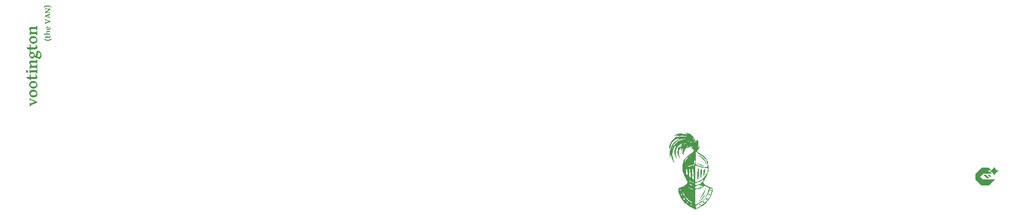
<source format=gbr>
G04 #@! TF.GenerationSoftware,KiCad,Pcbnew,(7.0.0)*
G04 #@! TF.CreationDate,2023-10-27T13:43:10+02:00*
G04 #@! TF.ProjectId,VAN plate,56414e20-706c-4617-9465-2e6b69636164,rev?*
G04 #@! TF.SameCoordinates,Original*
G04 #@! TF.FileFunction,Legend,Top*
G04 #@! TF.FilePolarity,Positive*
%FSLAX46Y46*%
G04 Gerber Fmt 4.6, Leading zero omitted, Abs format (unit mm)*
G04 Created by KiCad (PCBNEW (7.0.0)) date 2023-10-27 13:43:10*
%MOMM*%
%LPD*%
G01*
G04 APERTURE LIST*
%ADD10C,0.500000*%
%ADD11C,0.200000*%
G04 APERTURE END LIST*
D10*
G36*
X29810364Y-86271362D02*
G01*
X29815157Y-86290810D01*
X29820331Y-86310134D01*
X29826339Y-86330079D01*
X29828438Y-86336330D01*
X29836078Y-86355498D01*
X29845726Y-86373053D01*
X29847001Y-86374921D01*
X29860388Y-86389504D01*
X29870936Y-86396903D01*
X29889073Y-86405948D01*
X29903665Y-86412534D01*
X30870378Y-86801369D01*
X30888782Y-86810337D01*
X30906137Y-86821977D01*
X30922442Y-86836288D01*
X30925577Y-86839471D01*
X30938968Y-86854377D01*
X30951663Y-86870520D01*
X30963663Y-86887899D01*
X30970029Y-86898089D01*
X30980479Y-86916847D01*
X30989847Y-86936300D01*
X30998133Y-86956448D01*
X31002269Y-86967942D01*
X31009302Y-86988280D01*
X31015561Y-87008076D01*
X31021048Y-87027332D01*
X31023763Y-87037796D01*
X29903665Y-87522862D01*
X29884096Y-87532539D01*
X29867154Y-87544535D01*
X29852840Y-87558849D01*
X29846024Y-87567803D01*
X29836101Y-87584808D01*
X29827970Y-87603545D01*
X29821410Y-87622470D01*
X29815228Y-87644040D01*
X29810364Y-87664035D01*
X29710713Y-87664035D01*
X29710713Y-87041704D01*
X29810364Y-87041704D01*
X29813403Y-87064137D01*
X29816535Y-87084420D01*
X29820229Y-87104966D01*
X29824531Y-87124724D01*
X29825019Y-87126700D01*
X29830403Y-87145953D01*
X29838256Y-87164947D01*
X29842604Y-87172129D01*
X29857961Y-87184622D01*
X29867517Y-87186296D01*
X29887095Y-87182851D01*
X29903665Y-87176526D01*
X30591453Y-86880992D01*
X29903665Y-86603532D01*
X29884736Y-86597182D01*
X29868982Y-86594739D01*
X29849474Y-86600143D01*
X29844070Y-86604998D01*
X29833457Y-86622033D01*
X29826945Y-86640489D01*
X29826484Y-86642122D01*
X29821053Y-86662404D01*
X29816524Y-86682690D01*
X29812433Y-86703511D01*
X29810364Y-86714907D01*
X29710713Y-86714907D01*
X29710713Y-86271362D01*
X29810364Y-86271362D01*
G37*
G36*
X30347019Y-84874194D02*
G01*
X30369650Y-84875361D01*
X30392143Y-84877308D01*
X30414499Y-84880032D01*
X30436717Y-84883536D01*
X30458798Y-84887818D01*
X30480742Y-84892878D01*
X30502548Y-84898717D01*
X30524026Y-84905144D01*
X30545230Y-84912211D01*
X30566158Y-84919920D01*
X30586812Y-84928270D01*
X30607191Y-84937262D01*
X30627295Y-84946894D01*
X30647125Y-84957167D01*
X30666680Y-84968082D01*
X30685799Y-84979470D01*
X30704568Y-84991407D01*
X30722985Y-85003894D01*
X30741051Y-85016931D01*
X30758767Y-85030517D01*
X30776131Y-85044652D01*
X30793144Y-85059337D01*
X30809806Y-85074572D01*
X30826010Y-85090173D01*
X30841649Y-85106201D01*
X30856723Y-85122657D01*
X30871233Y-85139540D01*
X30885178Y-85156851D01*
X30898558Y-85174589D01*
X30911373Y-85192755D01*
X30923623Y-85211348D01*
X30935141Y-85230208D01*
X30946002Y-85249419D01*
X30956207Y-85268982D01*
X30965755Y-85288895D01*
X30974647Y-85309159D01*
X30982882Y-85329775D01*
X30990462Y-85350742D01*
X30997384Y-85372060D01*
X31003567Y-85393515D01*
X31008925Y-85415138D01*
X31013459Y-85436929D01*
X31017168Y-85458888D01*
X31020053Y-85481015D01*
X31022114Y-85503310D01*
X31023350Y-85525772D01*
X31023763Y-85548403D01*
X31023333Y-85574733D01*
X31022045Y-85600598D01*
X31019899Y-85626001D01*
X31016893Y-85650939D01*
X31013029Y-85675414D01*
X31008307Y-85699425D01*
X31002725Y-85722973D01*
X30996285Y-85746057D01*
X30988987Y-85768677D01*
X30980829Y-85790833D01*
X30974914Y-85805346D01*
X30965433Y-85826661D01*
X30955308Y-85847375D01*
X30944539Y-85867488D01*
X30933126Y-85887000D01*
X30921068Y-85905911D01*
X30908367Y-85924220D01*
X30895022Y-85941929D01*
X30881033Y-85959036D01*
X30866400Y-85975543D01*
X30851123Y-85991448D01*
X30840580Y-86001718D01*
X30824264Y-86016604D01*
X30807373Y-86030855D01*
X30789906Y-86044471D01*
X30771864Y-86057451D01*
X30753247Y-86069796D01*
X30734054Y-86081505D01*
X30714286Y-86092579D01*
X30693943Y-86103017D01*
X30673025Y-86112821D01*
X30651531Y-86121988D01*
X30636882Y-86127747D01*
X30614537Y-86135691D01*
X30591831Y-86142854D01*
X30568764Y-86149235D01*
X30545337Y-86154835D01*
X30521549Y-86159654D01*
X30497400Y-86163691D01*
X30472891Y-86166947D01*
X30448021Y-86169421D01*
X30422791Y-86171114D01*
X30397200Y-86172026D01*
X30379938Y-86172199D01*
X30354824Y-86171761D01*
X30329855Y-86170448D01*
X30305033Y-86168258D01*
X30280356Y-86165193D01*
X30255825Y-86161251D01*
X30231441Y-86156434D01*
X30207202Y-86150741D01*
X30183109Y-86144172D01*
X30159162Y-86136728D01*
X30135362Y-86128407D01*
X30119576Y-86122374D01*
X30096107Y-86112592D01*
X30073145Y-86102115D01*
X30050689Y-86090942D01*
X30028740Y-86079074D01*
X30007298Y-86066510D01*
X29986362Y-86053251D01*
X29965933Y-86039296D01*
X29946010Y-86024646D01*
X29926595Y-86009300D01*
X29907685Y-85993259D01*
X29895361Y-85982178D01*
X29877382Y-85964938D01*
X29860081Y-85947105D01*
X29843459Y-85928679D01*
X29827515Y-85909661D01*
X29812249Y-85890051D01*
X29797662Y-85869848D01*
X29783753Y-85849052D01*
X29770522Y-85827664D01*
X29757970Y-85805684D01*
X29746096Y-85783111D01*
X29738557Y-85767733D01*
X29727994Y-85744167D01*
X29718470Y-85720180D01*
X29709985Y-85695773D01*
X29702539Y-85670944D01*
X29696131Y-85645695D01*
X29690763Y-85620025D01*
X29686434Y-85593935D01*
X29683144Y-85567423D01*
X29680893Y-85540491D01*
X29680638Y-85534725D01*
X29867028Y-85534725D01*
X29867609Y-85555639D01*
X29869349Y-85575636D01*
X29873156Y-85599345D01*
X29878775Y-85621622D01*
X29886207Y-85642469D01*
X29895452Y-85661884D01*
X29904153Y-85676386D01*
X29916459Y-85693381D01*
X29930171Y-85709254D01*
X29945291Y-85724006D01*
X29961818Y-85737638D01*
X29979752Y-85750148D01*
X29999093Y-85761537D01*
X30007224Y-85765779D01*
X30028275Y-85775670D01*
X30050520Y-85784584D01*
X30069174Y-85791011D01*
X30088591Y-85796811D01*
X30108772Y-85801986D01*
X30129715Y-85806535D01*
X30151423Y-85810458D01*
X30162562Y-85812185D01*
X30185254Y-85815162D01*
X30208388Y-85817742D01*
X30231965Y-85819925D01*
X30255985Y-85821711D01*
X30280448Y-85823100D01*
X30305353Y-85824092D01*
X30330701Y-85824687D01*
X30356491Y-85824886D01*
X30376342Y-85824663D01*
X30395961Y-85823993D01*
X30421759Y-85822405D01*
X30447145Y-85820024D01*
X30472119Y-85816849D01*
X30496681Y-85812880D01*
X30520830Y-85808117D01*
X30544568Y-85802561D01*
X30556282Y-85799485D01*
X30579233Y-85792860D01*
X30601436Y-85785685D01*
X30622891Y-85777961D01*
X30643599Y-85769687D01*
X30663558Y-85760864D01*
X30682769Y-85751491D01*
X30701232Y-85741569D01*
X30718948Y-85731097D01*
X30735716Y-85720014D01*
X30751584Y-85708504D01*
X30770153Y-85693516D01*
X30787315Y-85677859D01*
X30803069Y-85661535D01*
X30817416Y-85644543D01*
X30827880Y-85630469D01*
X30839279Y-85612465D01*
X30848745Y-85594176D01*
X30856280Y-85575600D01*
X30861883Y-85556738D01*
X30866056Y-85533726D01*
X30867447Y-85510301D01*
X30866966Y-85490098D01*
X30865013Y-85466067D01*
X30861557Y-85443396D01*
X30856598Y-85422084D01*
X30850136Y-85402132D01*
X30842172Y-85383540D01*
X30836673Y-85373037D01*
X30826211Y-85356300D01*
X30814366Y-85340589D01*
X30801138Y-85325903D01*
X30786526Y-85312243D01*
X30770531Y-85299609D01*
X30753153Y-85288000D01*
X30745814Y-85283644D01*
X30726535Y-85273306D01*
X30705943Y-85263971D01*
X30684040Y-85255637D01*
X30660825Y-85248305D01*
X30641309Y-85243160D01*
X30620953Y-85238657D01*
X30599757Y-85234795D01*
X30577737Y-85231361D01*
X30554908Y-85228384D01*
X30531270Y-85225865D01*
X30506823Y-85223804D01*
X30481566Y-85222201D01*
X30455501Y-85221057D01*
X30435421Y-85220498D01*
X30414886Y-85220198D01*
X30400943Y-85220141D01*
X30381062Y-85220342D01*
X30361353Y-85220948D01*
X30341816Y-85221957D01*
X30316033Y-85223930D01*
X30290555Y-85226620D01*
X30265383Y-85230028D01*
X30240516Y-85234154D01*
X30215954Y-85238996D01*
X30197733Y-85243099D01*
X30173912Y-85249015D01*
X30150808Y-85255525D01*
X30128422Y-85262631D01*
X30106753Y-85270333D01*
X30085801Y-85278629D01*
X30065567Y-85287521D01*
X30046051Y-85297008D01*
X30027252Y-85307091D01*
X30009292Y-85317624D01*
X29992295Y-85328707D01*
X29976258Y-85340339D01*
X29957566Y-85355651D01*
X29940376Y-85371823D01*
X29924688Y-85388853D01*
X29910504Y-85406742D01*
X29897979Y-85425194D01*
X29887577Y-85444218D01*
X29879298Y-85463815D01*
X29873142Y-85483984D01*
X29869109Y-85504725D01*
X29867198Y-85526040D01*
X29867028Y-85534725D01*
X29680638Y-85534725D01*
X29679681Y-85513139D01*
X29679450Y-85494670D01*
X29679879Y-85468610D01*
X29681167Y-85443006D01*
X29683314Y-85417858D01*
X29686319Y-85393164D01*
X29690183Y-85368925D01*
X29694906Y-85345141D01*
X29700487Y-85321813D01*
X29706927Y-85298939D01*
X29714226Y-85276521D01*
X29722383Y-85254558D01*
X29728299Y-85240169D01*
X29737788Y-85218937D01*
X29747939Y-85198288D01*
X29758751Y-85178224D01*
X29770224Y-85158744D01*
X29782359Y-85139848D01*
X29795154Y-85121535D01*
X29808611Y-85103807D01*
X29822729Y-85086662D01*
X29837508Y-85070101D01*
X29852948Y-85054124D01*
X29863609Y-85043797D01*
X29880012Y-85028745D01*
X29896983Y-85014362D01*
X29914519Y-85000649D01*
X29932623Y-84987606D01*
X29951293Y-84975233D01*
X29970530Y-84963529D01*
X29990334Y-84952495D01*
X30010704Y-84942131D01*
X30031641Y-84932437D01*
X30053145Y-84923412D01*
X30067796Y-84917768D01*
X30090137Y-84909911D01*
X30112830Y-84902827D01*
X30135875Y-84896516D01*
X30159273Y-84890978D01*
X30183022Y-84886212D01*
X30207123Y-84882219D01*
X30231577Y-84878999D01*
X30256382Y-84876552D01*
X30281540Y-84874878D01*
X30307049Y-84873976D01*
X30324251Y-84873804D01*
X30347019Y-84874194D01*
G37*
G36*
X30347019Y-83404829D02*
G01*
X30369650Y-83405996D01*
X30392143Y-83407943D01*
X30414499Y-83410667D01*
X30436717Y-83414171D01*
X30458798Y-83418453D01*
X30480742Y-83423513D01*
X30502548Y-83429352D01*
X30524026Y-83435779D01*
X30545230Y-83442846D01*
X30566158Y-83450555D01*
X30586812Y-83458905D01*
X30607191Y-83467897D01*
X30627295Y-83477529D01*
X30647125Y-83487802D01*
X30666680Y-83498717D01*
X30685799Y-83510105D01*
X30704568Y-83522042D01*
X30722985Y-83534529D01*
X30741051Y-83547566D01*
X30758767Y-83561152D01*
X30776131Y-83575287D01*
X30793144Y-83589972D01*
X30809806Y-83605207D01*
X30826010Y-83620808D01*
X30841649Y-83636836D01*
X30856723Y-83653292D01*
X30871233Y-83670175D01*
X30885178Y-83687486D01*
X30898558Y-83705224D01*
X30911373Y-83723390D01*
X30923623Y-83741983D01*
X30935141Y-83760843D01*
X30946002Y-83780054D01*
X30956207Y-83799617D01*
X30965755Y-83819530D01*
X30974647Y-83839795D01*
X30982882Y-83860410D01*
X30990462Y-83881377D01*
X30997384Y-83902695D01*
X31003567Y-83924150D01*
X31008925Y-83945773D01*
X31013459Y-83967564D01*
X31017168Y-83989523D01*
X31020053Y-84011650D01*
X31022114Y-84033945D01*
X31023350Y-84056407D01*
X31023763Y-84079038D01*
X31023333Y-84105368D01*
X31022045Y-84131233D01*
X31019899Y-84156636D01*
X31016893Y-84181574D01*
X31013029Y-84206049D01*
X31008307Y-84230060D01*
X31002725Y-84253608D01*
X30996285Y-84276692D01*
X30988987Y-84299312D01*
X30980829Y-84321468D01*
X30974914Y-84335981D01*
X30965433Y-84357296D01*
X30955308Y-84378010D01*
X30944539Y-84398123D01*
X30933126Y-84417635D01*
X30921068Y-84436546D01*
X30908367Y-84454855D01*
X30895022Y-84472564D01*
X30881033Y-84489671D01*
X30866400Y-84506178D01*
X30851123Y-84522083D01*
X30840580Y-84532353D01*
X30824264Y-84547239D01*
X30807373Y-84561490D01*
X30789906Y-84575106D01*
X30771864Y-84588086D01*
X30753247Y-84600431D01*
X30734054Y-84612140D01*
X30714286Y-84623214D01*
X30693943Y-84633652D01*
X30673025Y-84643456D01*
X30651531Y-84652623D01*
X30636882Y-84658382D01*
X30614537Y-84666326D01*
X30591831Y-84673489D01*
X30568764Y-84679870D01*
X30545337Y-84685470D01*
X30521549Y-84690289D01*
X30497400Y-84694326D01*
X30472891Y-84697582D01*
X30448021Y-84700056D01*
X30422791Y-84701749D01*
X30397200Y-84702661D01*
X30379938Y-84702834D01*
X30354824Y-84702396D01*
X30329855Y-84701083D01*
X30305033Y-84698893D01*
X30280356Y-84695828D01*
X30255825Y-84691886D01*
X30231441Y-84687069D01*
X30207202Y-84681376D01*
X30183109Y-84674807D01*
X30159162Y-84667363D01*
X30135362Y-84659042D01*
X30119576Y-84653009D01*
X30096107Y-84643227D01*
X30073145Y-84632750D01*
X30050689Y-84621577D01*
X30028740Y-84609709D01*
X30007298Y-84597145D01*
X29986362Y-84583886D01*
X29965933Y-84569931D01*
X29946010Y-84555281D01*
X29926595Y-84539935D01*
X29907685Y-84523894D01*
X29895361Y-84512813D01*
X29877382Y-84495573D01*
X29860081Y-84477740D01*
X29843459Y-84459314D01*
X29827515Y-84440296D01*
X29812249Y-84420686D01*
X29797662Y-84400483D01*
X29783753Y-84379687D01*
X29770522Y-84358299D01*
X29757970Y-84336319D01*
X29746096Y-84313746D01*
X29738557Y-84298368D01*
X29727994Y-84274802D01*
X29718470Y-84250815D01*
X29709985Y-84226408D01*
X29702539Y-84201579D01*
X29696131Y-84176330D01*
X29690763Y-84150660D01*
X29686434Y-84124570D01*
X29683144Y-84098058D01*
X29680893Y-84071126D01*
X29680638Y-84065360D01*
X29867028Y-84065360D01*
X29867609Y-84086274D01*
X29869349Y-84106271D01*
X29873156Y-84129980D01*
X29878775Y-84152257D01*
X29886207Y-84173104D01*
X29895452Y-84192519D01*
X29904153Y-84207021D01*
X29916459Y-84224016D01*
X29930171Y-84239889D01*
X29945291Y-84254641D01*
X29961818Y-84268273D01*
X29979752Y-84280783D01*
X29999093Y-84292172D01*
X30007224Y-84296414D01*
X30028275Y-84306306D01*
X30050520Y-84315219D01*
X30069174Y-84321646D01*
X30088591Y-84327446D01*
X30108772Y-84332621D01*
X30129715Y-84337170D01*
X30151423Y-84341093D01*
X30162562Y-84342820D01*
X30185254Y-84345797D01*
X30208388Y-84348377D01*
X30231965Y-84350560D01*
X30255985Y-84352346D01*
X30280448Y-84353735D01*
X30305353Y-84354727D01*
X30330701Y-84355322D01*
X30356491Y-84355521D01*
X30376342Y-84355298D01*
X30395961Y-84354628D01*
X30421759Y-84353040D01*
X30447145Y-84350659D01*
X30472119Y-84347484D01*
X30496681Y-84343515D01*
X30520830Y-84338752D01*
X30544568Y-84333196D01*
X30556282Y-84330120D01*
X30579233Y-84323495D01*
X30601436Y-84316320D01*
X30622891Y-84308596D01*
X30643599Y-84300322D01*
X30663558Y-84291499D01*
X30682769Y-84282126D01*
X30701232Y-84272204D01*
X30718948Y-84261732D01*
X30735716Y-84250649D01*
X30751584Y-84239139D01*
X30770153Y-84224151D01*
X30787315Y-84208494D01*
X30803069Y-84192170D01*
X30817416Y-84175178D01*
X30827880Y-84161104D01*
X30839279Y-84143100D01*
X30848745Y-84124811D01*
X30856280Y-84106235D01*
X30861883Y-84087373D01*
X30866056Y-84064361D01*
X30867447Y-84040936D01*
X30866966Y-84020733D01*
X30865013Y-83996702D01*
X30861557Y-83974031D01*
X30856598Y-83952719D01*
X30850136Y-83932767D01*
X30842172Y-83914175D01*
X30836673Y-83903672D01*
X30826211Y-83886935D01*
X30814366Y-83871224D01*
X30801138Y-83856538D01*
X30786526Y-83842878D01*
X30770531Y-83830244D01*
X30753153Y-83818635D01*
X30745814Y-83814279D01*
X30726535Y-83803941D01*
X30705943Y-83794606D01*
X30684040Y-83786272D01*
X30660825Y-83778940D01*
X30641309Y-83773796D01*
X30620953Y-83769292D01*
X30599757Y-83765430D01*
X30577737Y-83761996D01*
X30554908Y-83759019D01*
X30531270Y-83756500D01*
X30506823Y-83754439D01*
X30481566Y-83752836D01*
X30455501Y-83751692D01*
X30435421Y-83751133D01*
X30414886Y-83750833D01*
X30400943Y-83750776D01*
X30381062Y-83750977D01*
X30361353Y-83751583D01*
X30341816Y-83752592D01*
X30316033Y-83754565D01*
X30290555Y-83757255D01*
X30265383Y-83760663D01*
X30240516Y-83764789D01*
X30215954Y-83769631D01*
X30197733Y-83773734D01*
X30173912Y-83779650D01*
X30150808Y-83786160D01*
X30128422Y-83793266D01*
X30106753Y-83800968D01*
X30085801Y-83809264D01*
X30065567Y-83818156D01*
X30046051Y-83827643D01*
X30027252Y-83837726D01*
X30009292Y-83848259D01*
X29992295Y-83859342D01*
X29976258Y-83870974D01*
X29957566Y-83886287D01*
X29940376Y-83902458D01*
X29924688Y-83919488D01*
X29910504Y-83937377D01*
X29897979Y-83955829D01*
X29887577Y-83974853D01*
X29879298Y-83994450D01*
X29873142Y-84014619D01*
X29869109Y-84035361D01*
X29867198Y-84056675D01*
X29867028Y-84065360D01*
X29680638Y-84065360D01*
X29679681Y-84043774D01*
X29679450Y-84025305D01*
X29679879Y-83999246D01*
X29681167Y-83973642D01*
X29683314Y-83948493D01*
X29686319Y-83923799D01*
X29690183Y-83899560D01*
X29694906Y-83875776D01*
X29700487Y-83852448D01*
X29706927Y-83829574D01*
X29714226Y-83807156D01*
X29722383Y-83785193D01*
X29728299Y-83770804D01*
X29737788Y-83749572D01*
X29747939Y-83728924D01*
X29758751Y-83708859D01*
X29770224Y-83689379D01*
X29782359Y-83670483D01*
X29795154Y-83652170D01*
X29808611Y-83634442D01*
X29822729Y-83617297D01*
X29837508Y-83600736D01*
X29852948Y-83584759D01*
X29863609Y-83574432D01*
X29880012Y-83559380D01*
X29896983Y-83544997D01*
X29914519Y-83531284D01*
X29932623Y-83518241D01*
X29951293Y-83505868D01*
X29970530Y-83494164D01*
X29990334Y-83483130D01*
X30010704Y-83472766D01*
X30031641Y-83463072D01*
X30053145Y-83454047D01*
X30067796Y-83448403D01*
X30090137Y-83440546D01*
X30112830Y-83433462D01*
X30135875Y-83427151D01*
X30159273Y-83421613D01*
X30183022Y-83416847D01*
X30207123Y-83412854D01*
X30231577Y-83409634D01*
X30256382Y-83407187D01*
X30281540Y-83405513D01*
X30307049Y-83404611D01*
X30324251Y-83404439D01*
X30347019Y-83404829D01*
G37*
G36*
X30770727Y-82311697D02*
G01*
X30786878Y-82334314D01*
X30802479Y-82356492D01*
X30817530Y-82378232D01*
X30832032Y-82399533D01*
X30845984Y-82420394D01*
X30859387Y-82440817D01*
X30872240Y-82460801D01*
X30884544Y-82480346D01*
X30896298Y-82499453D01*
X30907503Y-82518120D01*
X30918158Y-82536349D01*
X30928264Y-82554138D01*
X30937820Y-82571489D01*
X30951123Y-82596692D01*
X30963190Y-82620908D01*
X30974015Y-82644158D01*
X30983775Y-82666463D01*
X30992471Y-82687824D01*
X31000102Y-82708240D01*
X31006667Y-82727712D01*
X31013766Y-82752205D01*
X31018971Y-82775019D01*
X31022284Y-82796153D01*
X31023763Y-82820210D01*
X31022973Y-82842003D01*
X31020603Y-82863418D01*
X31016653Y-82884456D01*
X31011123Y-82905115D01*
X31004013Y-82925397D01*
X31001292Y-82932074D01*
X30992208Y-82951376D01*
X30981440Y-82969718D01*
X30968989Y-82987097D01*
X30954856Y-83003515D01*
X30939039Y-83018971D01*
X30933393Y-83023909D01*
X30915349Y-83038014D01*
X30899054Y-83048929D01*
X30881613Y-83059080D01*
X30863028Y-83068468D01*
X30843298Y-83077093D01*
X30822423Y-83084954D01*
X30818110Y-83086435D01*
X30795825Y-83093190D01*
X30772324Y-83098800D01*
X30752647Y-83102464D01*
X30732192Y-83105394D01*
X30710958Y-83107593D01*
X30688946Y-83109058D01*
X30666155Y-83109791D01*
X30654467Y-83109882D01*
X29898292Y-83109882D01*
X29898292Y-83275968D01*
X29844070Y-83316023D01*
X29710713Y-83209045D01*
X29710713Y-83109882D01*
X29418599Y-83109882D01*
X29210504Y-82832423D01*
X29256421Y-82780155D01*
X29710713Y-82780155D01*
X29710713Y-82361034D01*
X29764935Y-82311697D01*
X29782687Y-82320843D01*
X29801016Y-82331490D01*
X29818180Y-82342471D01*
X29835181Y-82354168D01*
X29851992Y-82366056D01*
X29868612Y-82378135D01*
X29871913Y-82380573D01*
X29887732Y-82392432D01*
X29903590Y-82405367D01*
X29917831Y-82418187D01*
X29931697Y-82432462D01*
X29944337Y-82447819D01*
X29946163Y-82450427D01*
X29937981Y-82469233D01*
X29931513Y-82487751D01*
X29930043Y-82492436D01*
X29923952Y-82512380D01*
X29918610Y-82532231D01*
X29914412Y-82549589D01*
X29909908Y-82569510D01*
X29906168Y-82590195D01*
X29903192Y-82611642D01*
X29902688Y-82616023D01*
X29900563Y-82635962D01*
X29899133Y-82656209D01*
X29898399Y-82676765D01*
X29898292Y-82688319D01*
X29898292Y-82780155D01*
X30526484Y-82780155D01*
X30547355Y-82779952D01*
X30567223Y-82779344D01*
X30589743Y-82778078D01*
X30610820Y-82776229D01*
X30630455Y-82773797D01*
X30642744Y-82771850D01*
X30662776Y-82767867D01*
X30683437Y-82762455D01*
X30703835Y-82755272D01*
X30719436Y-82747915D01*
X30737345Y-82736475D01*
X30752538Y-82722416D01*
X30760957Y-82710790D01*
X30769180Y-82692601D01*
X30773211Y-82672961D01*
X30773658Y-82663406D01*
X30772852Y-82642923D01*
X30770433Y-82621956D01*
X30768773Y-82612115D01*
X30764722Y-82592779D01*
X30759837Y-82573697D01*
X30753807Y-82553185D01*
X30753142Y-82551055D01*
X30746126Y-82530889D01*
X30738723Y-82511861D01*
X30730220Y-82491795D01*
X30721878Y-82473386D01*
X30712579Y-82453687D01*
X30703752Y-82435724D01*
X30694134Y-82416765D01*
X30683727Y-82396809D01*
X30674451Y-82379419D01*
X30670587Y-82372269D01*
X30770727Y-82311697D01*
G37*
G36*
X30992500Y-82200811D02*
G01*
X30892848Y-82200811D01*
X30887918Y-82178256D01*
X30882896Y-82157244D01*
X30877782Y-82137773D01*
X30871261Y-82115603D01*
X30864596Y-82095841D01*
X30856410Y-82075308D01*
X30850839Y-82063546D01*
X30841171Y-82046416D01*
X30829223Y-82030573D01*
X30811712Y-82019754D01*
X30809317Y-82019582D01*
X30106386Y-82019582D01*
X30085213Y-82019618D01*
X30065352Y-82019725D01*
X30043250Y-82019949D01*
X30023037Y-82020275D01*
X30001842Y-82020786D01*
X29993546Y-82021048D01*
X29973030Y-82022666D01*
X29952868Y-82026603D01*
X29934092Y-82033606D01*
X29926135Y-82038145D01*
X29911238Y-82051431D01*
X29900400Y-82067918D01*
X29892848Y-82086345D01*
X29891453Y-82090901D01*
X29886324Y-82111692D01*
X29882236Y-82133541D01*
X29879031Y-82154985D01*
X29876569Y-82174770D01*
X29874299Y-82196296D01*
X29873867Y-82200811D01*
X29778124Y-82200811D01*
X29774946Y-82178757D01*
X29771638Y-82156927D01*
X29768202Y-82135320D01*
X29764637Y-82113936D01*
X29760944Y-82092776D01*
X29757121Y-82071839D01*
X29753170Y-82051125D01*
X29749090Y-82030634D01*
X29744881Y-82010367D01*
X29740543Y-81990323D01*
X29737580Y-81977084D01*
X29733002Y-81957320D01*
X29728243Y-81937780D01*
X29723304Y-81918463D01*
X29718185Y-81899369D01*
X29712886Y-81880498D01*
X29705540Y-81855685D01*
X29697873Y-81831268D01*
X29689885Y-81807248D01*
X29681577Y-81783626D01*
X29679450Y-81777782D01*
X29679450Y-81689854D01*
X30809317Y-81689854D01*
X30827391Y-81679596D01*
X30840672Y-81662766D01*
X30849373Y-81648822D01*
X30858195Y-81631173D01*
X30866707Y-81609369D01*
X30873564Y-81588024D01*
X30878896Y-81568870D01*
X30884090Y-81547869D01*
X30889146Y-81525021D01*
X30892848Y-81506672D01*
X30992500Y-81506672D01*
X30992500Y-82200811D01*
G37*
G36*
X29274007Y-81637587D02*
G01*
X29294957Y-81638451D01*
X29315066Y-81641046D01*
X29334334Y-81645370D01*
X29355323Y-81652430D01*
X29362911Y-81655660D01*
X29382237Y-81665278D01*
X29400158Y-81676543D01*
X29416675Y-81689458D01*
X29431788Y-81704021D01*
X29445374Y-81720110D01*
X29457311Y-81737604D01*
X29467600Y-81756502D01*
X29476240Y-81776805D01*
X29482331Y-81795535D01*
X29486926Y-81814966D01*
X29490024Y-81835098D01*
X29491627Y-81855932D01*
X29491871Y-81868152D01*
X29491137Y-81889511D01*
X29488935Y-81910175D01*
X29485264Y-81930143D01*
X29482590Y-81940936D01*
X29475740Y-81961449D01*
X29466791Y-81980244D01*
X29455743Y-81997322D01*
X29453281Y-82000531D01*
X29439857Y-82015405D01*
X29424621Y-82028276D01*
X29407571Y-82039143D01*
X29403944Y-82041076D01*
X29384433Y-82049061D01*
X29364834Y-82053720D01*
X29343303Y-82055982D01*
X29333114Y-82056219D01*
X29312163Y-82055377D01*
X29292054Y-82052853D01*
X29272787Y-82048645D01*
X29251797Y-82041776D01*
X29244209Y-82038633D01*
X29224945Y-82028802D01*
X29207206Y-82017384D01*
X29190995Y-82004378D01*
X29176310Y-81989785D01*
X29162937Y-81973695D01*
X29151153Y-81956201D01*
X29140956Y-81937303D01*
X29132346Y-81917000D01*
X29126255Y-81898341D01*
X29121660Y-81879120D01*
X29118562Y-81859338D01*
X29116959Y-81838995D01*
X29116714Y-81827119D01*
X29117449Y-81806468D01*
X29119651Y-81786281D01*
X29123322Y-81766557D01*
X29125996Y-81755800D01*
X29132028Y-81736987D01*
X29140634Y-81717714D01*
X29151243Y-81700159D01*
X29154816Y-81695228D01*
X29167725Y-81680049D01*
X29182637Y-81666873D01*
X29199553Y-81655701D01*
X29203176Y-81653707D01*
X29222687Y-81645206D01*
X29242286Y-81640247D01*
X29263817Y-81637838D01*
X29274007Y-81637587D01*
G37*
G36*
X30992500Y-80536051D02*
G01*
X30892848Y-80536051D01*
X30886483Y-80512283D01*
X30880331Y-80490317D01*
X30874393Y-80470152D01*
X30867271Y-80447478D01*
X30860482Y-80427619D01*
X30852777Y-80407503D01*
X30847908Y-80396344D01*
X30838169Y-80378179D01*
X30826080Y-80362771D01*
X30809317Y-80354823D01*
X30188941Y-80354823D01*
X30166193Y-80355014D01*
X30144662Y-80355586D01*
X30124347Y-80356540D01*
X30101576Y-80358189D01*
X30080555Y-80360387D01*
X30064377Y-80362639D01*
X30043346Y-80366289D01*
X30024279Y-80370827D01*
X30004892Y-80377101D01*
X29986147Y-80385546D01*
X29984265Y-80386575D01*
X29967101Y-80397795D01*
X29952298Y-80412781D01*
X29941767Y-80430538D01*
X29934814Y-80450961D01*
X29930998Y-80472333D01*
X29929602Y-80493851D01*
X29929555Y-80498926D01*
X29930413Y-80520069D01*
X29932654Y-80539749D01*
X29936287Y-80560048D01*
X29938347Y-80569268D01*
X29943538Y-80588319D01*
X29950315Y-80608347D01*
X29957548Y-80626673D01*
X29965996Y-80645747D01*
X29968633Y-80651334D01*
X29978594Y-80671249D01*
X29988360Y-80689064D01*
X29999260Y-80707565D01*
X30011293Y-80726753D01*
X30022186Y-80743268D01*
X30026763Y-80750008D01*
X30038689Y-80767239D01*
X30051569Y-80785042D01*
X30065403Y-80803417D01*
X30080191Y-80822365D01*
X30092709Y-80837935D01*
X30105837Y-80853872D01*
X30119576Y-80870175D01*
X30809317Y-80870175D01*
X30827550Y-80861200D01*
X30840916Y-80843797D01*
X30850443Y-80826166D01*
X30851816Y-80823281D01*
X30859956Y-80804218D01*
X30867890Y-80782202D01*
X30874344Y-80761599D01*
X30880655Y-80738945D01*
X30885601Y-80719344D01*
X30890456Y-80698431D01*
X30892848Y-80687482D01*
X30992500Y-80687482D01*
X30992500Y-81381132D01*
X30892848Y-81381132D01*
X30887063Y-81359134D01*
X30881430Y-81338572D01*
X30875950Y-81319445D01*
X30869314Y-81297554D01*
X30862917Y-81277905D01*
X30855556Y-81257285D01*
X30850839Y-81245333D01*
X30842507Y-81227631D01*
X30831177Y-81211261D01*
X30813584Y-81200303D01*
X30809317Y-81199903D01*
X30050211Y-81199903D01*
X30027968Y-81199997D01*
X30007829Y-81200277D01*
X29987389Y-81200827D01*
X29967678Y-81201737D01*
X29965703Y-81201857D01*
X29945547Y-81204932D01*
X29927378Y-81212237D01*
X29916366Y-81220420D01*
X29904184Y-81235761D01*
X29895431Y-81254893D01*
X29889987Y-81274153D01*
X29885866Y-81294761D01*
X29882309Y-81316149D01*
X29879298Y-81336975D01*
X29876322Y-81360101D01*
X29873867Y-81381132D01*
X29778124Y-81381132D01*
X29775915Y-81360750D01*
X29773564Y-81340822D01*
X29771069Y-81321347D01*
X29767886Y-81298575D01*
X29764497Y-81276456D01*
X29761516Y-81258522D01*
X29757800Y-81237261D01*
X29753982Y-81216344D01*
X29750061Y-81195770D01*
X29746037Y-81175540D01*
X29741909Y-81155653D01*
X29740511Y-81149101D01*
X29735994Y-81129603D01*
X29731237Y-81110312D01*
X29726240Y-81091227D01*
X29721002Y-81072348D01*
X29714587Y-81050582D01*
X29713644Y-81047496D01*
X29707828Y-81028828D01*
X29701737Y-81010195D01*
X29695372Y-80991597D01*
X29688731Y-80973032D01*
X29681816Y-80954502D01*
X29679450Y-80948333D01*
X29737091Y-80890692D01*
X29933951Y-80875549D01*
X29917159Y-80855544D01*
X29900978Y-80835707D01*
X29885408Y-80816038D01*
X29870448Y-80796536D01*
X29856099Y-80777203D01*
X29842360Y-80758037D01*
X29829232Y-80739040D01*
X29816714Y-80720210D01*
X29804808Y-80701549D01*
X29793511Y-80683055D01*
X29782826Y-80664729D01*
X29772751Y-80646571D01*
X29763286Y-80628581D01*
X29754433Y-80610759D01*
X29742297Y-80584341D01*
X29738557Y-80575619D01*
X29727994Y-80549711D01*
X29718470Y-80524379D01*
X29709985Y-80499622D01*
X29702539Y-80475441D01*
X29696131Y-80451835D01*
X29690763Y-80428804D01*
X29686434Y-80406348D01*
X29683144Y-80384468D01*
X29680893Y-80363163D01*
X29679681Y-80342433D01*
X29679450Y-80328933D01*
X29680103Y-80306923D01*
X29682060Y-80285222D01*
X29685323Y-80263829D01*
X29689891Y-80242746D01*
X29695765Y-80221972D01*
X29698012Y-80215116D01*
X29705780Y-80194880D01*
X29715163Y-80175572D01*
X29726159Y-80157191D01*
X29738770Y-80139737D01*
X29752996Y-80123210D01*
X29758096Y-80117908D01*
X29774577Y-80102738D01*
X29792878Y-80088736D01*
X29809519Y-80077960D01*
X29827425Y-80067994D01*
X29846595Y-80058840D01*
X29867028Y-80050496D01*
X29888645Y-80043179D01*
X29911670Y-80037101D01*
X29931102Y-80033132D01*
X29951435Y-80029957D01*
X29972669Y-80027576D01*
X29994804Y-80025988D01*
X30017839Y-80025194D01*
X30029694Y-80025095D01*
X30809317Y-80025095D01*
X30827300Y-80017302D01*
X30827880Y-80016791D01*
X30839841Y-80000632D01*
X30846442Y-79987970D01*
X30854386Y-79968802D01*
X30861738Y-79948678D01*
X30867447Y-79931794D01*
X30873431Y-79912835D01*
X30879659Y-79891617D01*
X30885309Y-79871197D01*
X30891146Y-79849048D01*
X30892848Y-79842402D01*
X30992500Y-79842402D01*
X30992500Y-80536051D01*
G37*
G36*
X29749143Y-78375466D02*
G01*
X29766400Y-78382318D01*
X29784539Y-78390292D01*
X29803052Y-78398827D01*
X29808410Y-78401369D01*
X29827217Y-78410625D01*
X29844680Y-78419723D01*
X29851397Y-78423351D01*
X29868935Y-78433702D01*
X29885858Y-78445001D01*
X29889010Y-78447286D01*
X29892503Y-78467873D01*
X29895716Y-78488600D01*
X29898647Y-78509467D01*
X29901299Y-78530474D01*
X29902688Y-78542541D01*
X29904922Y-78563952D01*
X29906922Y-78586299D01*
X29908451Y-78606197D01*
X29909807Y-78626782D01*
X29910992Y-78648054D01*
X29928898Y-78637710D01*
X29947079Y-78628293D01*
X29965535Y-78619804D01*
X29984265Y-78612242D01*
X30003270Y-78605607D01*
X30009666Y-78603602D01*
X30028889Y-78598124D01*
X30048455Y-78593779D01*
X30068365Y-78590567D01*
X30088618Y-78588489D01*
X30109214Y-78587545D01*
X30116156Y-78587482D01*
X30142008Y-78588215D01*
X30167295Y-78590413D01*
X30192016Y-78594076D01*
X30216174Y-78599205D01*
X30239766Y-78605800D01*
X30262793Y-78613860D01*
X30285256Y-78623386D01*
X30307154Y-78634376D01*
X30328273Y-78646589D01*
X30348645Y-78659778D01*
X30368268Y-78673944D01*
X30387144Y-78689087D01*
X30405271Y-78705207D01*
X30422650Y-78722304D01*
X30439282Y-78740378D01*
X30455165Y-78759429D01*
X30470133Y-78779357D01*
X30484261Y-78800065D01*
X30497549Y-78821550D01*
X30509998Y-78843815D01*
X30521607Y-78866857D01*
X30529763Y-78884650D01*
X30537446Y-78902881D01*
X30544658Y-78921550D01*
X30551397Y-78940657D01*
X30557595Y-78960081D01*
X30563184Y-78979703D01*
X30568162Y-78999523D01*
X30572532Y-79019540D01*
X30576291Y-79039754D01*
X30579441Y-79060166D01*
X30581981Y-79080776D01*
X30583912Y-79101583D01*
X30585233Y-79122587D01*
X30585944Y-79143789D01*
X30586079Y-79158033D01*
X30586079Y-79171711D01*
X30600751Y-79187126D01*
X30617191Y-79203200D01*
X30632361Y-79216630D01*
X30648453Y-79228955D01*
X30664726Y-79238633D01*
X30682672Y-79246699D01*
X30701705Y-79252744D01*
X30702827Y-79252799D01*
X30721909Y-79247731D01*
X30727252Y-79244495D01*
X30739708Y-79229330D01*
X30748501Y-79210989D01*
X30750699Y-79205416D01*
X30757371Y-79185358D01*
X30762667Y-79166337D01*
X30768057Y-79144325D01*
X30772751Y-79123076D01*
X30775123Y-79111627D01*
X30778987Y-79091002D01*
X30782947Y-79068207D01*
X30786183Y-79048408D01*
X30789480Y-79027220D01*
X30792839Y-79004643D01*
X30796258Y-78980677D01*
X30799738Y-78955321D01*
X30801502Y-78942122D01*
X30804102Y-78922249D01*
X30806776Y-78902807D01*
X30810922Y-78874452D01*
X30815231Y-78847068D01*
X30819703Y-78820654D01*
X30824338Y-78795210D01*
X30829137Y-78770737D01*
X30834098Y-78747234D01*
X30839223Y-78724701D01*
X30844511Y-78703138D01*
X30849962Y-78682546D01*
X30851816Y-78675898D01*
X30857510Y-78656405D01*
X30863419Y-78637676D01*
X30871632Y-78613893D01*
X30880226Y-78591468D01*
X30889202Y-78570402D01*
X30898560Y-78550695D01*
X30908299Y-78532346D01*
X30918419Y-78515356D01*
X30923623Y-78507370D01*
X30936908Y-78488761D01*
X30950814Y-78472012D01*
X30965340Y-78457124D01*
X30980486Y-78444096D01*
X30999480Y-78430918D01*
X31019366Y-78420420D01*
X31040180Y-78411953D01*
X31061956Y-78405239D01*
X31084694Y-78400275D01*
X31104376Y-78397478D01*
X31124726Y-78395896D01*
X31141488Y-78395507D01*
X31161931Y-78396234D01*
X31182351Y-78398417D01*
X31202746Y-78402054D01*
X31223118Y-78407147D01*
X31243466Y-78413694D01*
X31263790Y-78421696D01*
X31271913Y-78425305D01*
X31292237Y-78435024D01*
X31312299Y-78445865D01*
X31332099Y-78457827D01*
X31351636Y-78470909D01*
X31370910Y-78485113D01*
X31389923Y-78500438D01*
X31397454Y-78506882D01*
X31412452Y-78520231D01*
X31427160Y-78534145D01*
X31441578Y-78548624D01*
X31455706Y-78563668D01*
X31469544Y-78579277D01*
X31483092Y-78595450D01*
X31496350Y-78612189D01*
X31509317Y-78629492D01*
X31522049Y-78647138D01*
X31534352Y-78665151D01*
X31546229Y-78683530D01*
X31557677Y-78702276D01*
X31568699Y-78721388D01*
X31579293Y-78740866D01*
X31589460Y-78760711D01*
X31599199Y-78780922D01*
X31608465Y-78801431D01*
X31617212Y-78822169D01*
X31625440Y-78843135D01*
X31633148Y-78864331D01*
X31640338Y-78885756D01*
X31647009Y-78907409D01*
X31653161Y-78929292D01*
X31658794Y-78951404D01*
X31663831Y-78973500D01*
X31668197Y-78995581D01*
X31671892Y-79017647D01*
X31674914Y-79039697D01*
X31677265Y-79061733D01*
X31678944Y-79083753D01*
X31679952Y-79105758D01*
X31680287Y-79127747D01*
X31680061Y-79150189D01*
X31679381Y-79172941D01*
X31678248Y-79196004D01*
X31676662Y-79219376D01*
X31674623Y-79243059D01*
X31672130Y-79267051D01*
X31671006Y-79276735D01*
X31667996Y-79300947D01*
X31664461Y-79325040D01*
X31660402Y-79349013D01*
X31655817Y-79372868D01*
X31650708Y-79396603D01*
X31645074Y-79420218D01*
X31642674Y-79429631D01*
X31636458Y-79452808D01*
X31629718Y-79475627D01*
X31622452Y-79498088D01*
X31614662Y-79520192D01*
X31606348Y-79541938D01*
X31597508Y-79563326D01*
X31593825Y-79571781D01*
X31584356Y-79592300D01*
X31574267Y-79612033D01*
X31563557Y-79630978D01*
X31552228Y-79649137D01*
X31540278Y-79666508D01*
X31527708Y-79683092D01*
X31522506Y-79689506D01*
X31509092Y-79704880D01*
X31495105Y-79719254D01*
X31480546Y-79732625D01*
X31465415Y-79744994D01*
X31446501Y-79758516D01*
X31426763Y-79770594D01*
X31406184Y-79780887D01*
X31384746Y-79789050D01*
X31362449Y-79795083D01*
X31339294Y-79798987D01*
X31319342Y-79800614D01*
X31307084Y-79800880D01*
X31285522Y-79799497D01*
X31265790Y-79795886D01*
X31245749Y-79790034D01*
X31236742Y-79786714D01*
X31218607Y-79777891D01*
X31199862Y-79766076D01*
X31182958Y-79753283D01*
X31168098Y-79740495D01*
X31160539Y-79733469D01*
X31145077Y-79718019D01*
X31131799Y-79703648D01*
X31118162Y-79687918D01*
X31104169Y-79670828D01*
X31089817Y-79652379D01*
X31078078Y-79636640D01*
X31072123Y-79628445D01*
X31060117Y-79611218D01*
X31047790Y-79592755D01*
X31035143Y-79573055D01*
X31022175Y-79552119D01*
X31008887Y-79529946D01*
X30998710Y-79512505D01*
X30988353Y-79494369D01*
X30977816Y-79475537D01*
X30967098Y-79456009D01*
X30959004Y-79474938D01*
X30946734Y-79501042D01*
X30934309Y-79524397D01*
X30921729Y-79545005D01*
X30908995Y-79562866D01*
X30896107Y-79577978D01*
X30878681Y-79593854D01*
X30860981Y-79604845D01*
X30838470Y-79611714D01*
X30829345Y-79612325D01*
X30808909Y-79608306D01*
X30789920Y-79600406D01*
X30788312Y-79599624D01*
X30771063Y-79589807D01*
X30754233Y-79578279D01*
X30738235Y-79565891D01*
X30727740Y-79557126D01*
X30712216Y-79543225D01*
X30695991Y-79527594D01*
X30681525Y-79512819D01*
X30666544Y-79496773D01*
X30651048Y-79479457D01*
X30637777Y-79463855D01*
X30624219Y-79447276D01*
X30610376Y-79429718D01*
X30596246Y-79411183D01*
X30581830Y-79391670D01*
X30570091Y-79375355D01*
X30561167Y-79362709D01*
X30555786Y-79381676D01*
X30548351Y-79404805D01*
X30540129Y-79427290D01*
X30531120Y-79449131D01*
X30521325Y-79470328D01*
X30510741Y-79490881D01*
X30504014Y-79502904D01*
X30492090Y-79522155D01*
X30479523Y-79540523D01*
X30466311Y-79558009D01*
X30452456Y-79574612D01*
X30437956Y-79590333D01*
X30422813Y-79605171D01*
X30416575Y-79610859D01*
X30400413Y-79624274D01*
X30383678Y-79636734D01*
X30366372Y-79648240D01*
X30348492Y-79658792D01*
X30330040Y-79668390D01*
X30311016Y-79677034D01*
X30303246Y-79680224D01*
X30283328Y-79687261D01*
X30262956Y-79693104D01*
X30242131Y-79697755D01*
X30220852Y-79701214D01*
X30199121Y-79703480D01*
X30176936Y-79704553D01*
X30167936Y-79704649D01*
X30143183Y-79703878D01*
X30118751Y-79701565D01*
X30094640Y-79697711D01*
X30070849Y-79692314D01*
X30047379Y-79685376D01*
X30024229Y-79676897D01*
X30001400Y-79666875D01*
X29978892Y-79655312D01*
X29956910Y-79642351D01*
X29935661Y-79628384D01*
X29915144Y-79613409D01*
X29895361Y-79597426D01*
X29876310Y-79580436D01*
X29857991Y-79562438D01*
X29840406Y-79543433D01*
X29827698Y-79528518D01*
X29823553Y-79523420D01*
X29811342Y-79507710D01*
X29799619Y-79491535D01*
X29788387Y-79474897D01*
X29777643Y-79457795D01*
X29767389Y-79440230D01*
X29757625Y-79422201D01*
X29748350Y-79403708D01*
X29739564Y-79384752D01*
X29731268Y-79365331D01*
X29723461Y-79345448D01*
X29718529Y-79331934D01*
X29711545Y-79311327D01*
X29705248Y-79290541D01*
X29699638Y-79269573D01*
X29694715Y-79248426D01*
X29690479Y-79227098D01*
X29686930Y-79205590D01*
X29684587Y-79187831D01*
X29804502Y-79187831D01*
X29805816Y-79207417D01*
X29809757Y-79227158D01*
X29816326Y-79247053D01*
X29821111Y-79258173D01*
X29830484Y-79275575D01*
X29841994Y-79292122D01*
X29855641Y-79307815D01*
X29871425Y-79322653D01*
X29886822Y-79334771D01*
X29903949Y-79345907D01*
X29922806Y-79356062D01*
X29943393Y-79365235D01*
X29955933Y-79370036D01*
X29975602Y-79376344D01*
X29996508Y-79381347D01*
X30018650Y-79385045D01*
X30042028Y-79387438D01*
X30062455Y-79388435D01*
X30075123Y-79388598D01*
X30097666Y-79388193D01*
X30119803Y-79386976D01*
X30141534Y-79384949D01*
X30162860Y-79382111D01*
X30183780Y-79378461D01*
X30204295Y-79374001D01*
X30212388Y-79371990D01*
X30232144Y-79366358D01*
X30251114Y-79359845D01*
X30269296Y-79352448D01*
X30290076Y-79342407D01*
X30309722Y-79331096D01*
X30325228Y-79320699D01*
X30342493Y-79306874D01*
X30358384Y-79291779D01*
X30360029Y-79289924D01*
X31028647Y-79289924D01*
X31042148Y-79308972D01*
X31055171Y-79326732D01*
X31067717Y-79343205D01*
X31082142Y-79361271D01*
X31095881Y-79377482D01*
X31106805Y-79389575D01*
X31121485Y-79404525D01*
X31137574Y-79419493D01*
X31152931Y-79432201D01*
X31169331Y-79443797D01*
X31186466Y-79453548D01*
X31205517Y-79461974D01*
X31220134Y-79466268D01*
X31239755Y-79469607D01*
X31259741Y-79471110D01*
X31263609Y-79471152D01*
X31283297Y-79469540D01*
X31302612Y-79464701D01*
X31321552Y-79456637D01*
X31340118Y-79445347D01*
X31350560Y-79437447D01*
X31365935Y-79423914D01*
X31380556Y-79408596D01*
X31394420Y-79391491D01*
X31407529Y-79372600D01*
X31417876Y-79355494D01*
X31423832Y-79344635D01*
X31433433Y-79325651D01*
X31442389Y-79305642D01*
X31450701Y-79284607D01*
X31458370Y-79262546D01*
X31465394Y-79239460D01*
X31470550Y-79220253D01*
X31474146Y-79205416D01*
X31478497Y-79185068D01*
X31482267Y-79164322D01*
X31485458Y-79143180D01*
X31488068Y-79121641D01*
X31490099Y-79099705D01*
X31491549Y-79077372D01*
X31492419Y-79054642D01*
X31492709Y-79031515D01*
X31492396Y-79011587D01*
X31491125Y-78987642D01*
X31488875Y-78964770D01*
X31485648Y-78942972D01*
X31481443Y-78922247D01*
X31476260Y-78902596D01*
X31472681Y-78891320D01*
X31464821Y-78869859D01*
X31455897Y-78849806D01*
X31445908Y-78831162D01*
X31434854Y-78813925D01*
X31422735Y-78798097D01*
X31418459Y-78793134D01*
X31403032Y-78776996D01*
X31386669Y-78762774D01*
X31369372Y-78750469D01*
X31351140Y-78740080D01*
X31340301Y-78735005D01*
X31320880Y-78727391D01*
X31301085Y-78721647D01*
X31280916Y-78717774D01*
X31260373Y-78715770D01*
X31248466Y-78715465D01*
X31228682Y-78717251D01*
X31208899Y-78722609D01*
X31195710Y-78728166D01*
X31178199Y-78739505D01*
X31162781Y-78754923D01*
X31150790Y-78770761D01*
X31146372Y-78777503D01*
X31136468Y-78795194D01*
X31126845Y-78815784D01*
X31118819Y-78835739D01*
X31110999Y-78857824D01*
X31104640Y-78877855D01*
X31103386Y-78882039D01*
X31097282Y-78903966D01*
X31092622Y-78922967D01*
X31088161Y-78943266D01*
X31083898Y-78964862D01*
X31079834Y-78987756D01*
X31075968Y-79011948D01*
X31072301Y-79037437D01*
X31069680Y-79057405D01*
X31067014Y-79077822D01*
X31064204Y-79097858D01*
X31061251Y-79117512D01*
X31057519Y-79140593D01*
X31053580Y-79163124D01*
X31050141Y-79181480D01*
X31046111Y-79202856D01*
X31042081Y-79223750D01*
X31038051Y-79244163D01*
X31034021Y-79264096D01*
X31029991Y-79283547D01*
X31028647Y-79289924D01*
X30360029Y-79289924D01*
X30372901Y-79275413D01*
X30386045Y-79257776D01*
X30397814Y-79238868D01*
X30401432Y-79232283D01*
X30411060Y-79211412D01*
X30417562Y-79192917D01*
X30422681Y-79173420D01*
X30426416Y-79152922D01*
X30428768Y-79131422D01*
X30429736Y-79108920D01*
X30429764Y-79104300D01*
X30428726Y-79084516D01*
X30425612Y-79065221D01*
X30419627Y-79044098D01*
X30413155Y-79028096D01*
X30403813Y-79010358D01*
X30392395Y-78993780D01*
X30378900Y-78978362D01*
X30363330Y-78964104D01*
X30345439Y-78951098D01*
X30328082Y-78940820D01*
X30309135Y-78931570D01*
X30288598Y-78923349D01*
X30279310Y-78920141D01*
X30259807Y-78914496D01*
X30239033Y-78910020D01*
X30216988Y-78906711D01*
X30193673Y-78904570D01*
X30173272Y-78903678D01*
X30160608Y-78903532D01*
X30137644Y-78903985D01*
X30115156Y-78905345D01*
X30093146Y-78907611D01*
X30071612Y-78910783D01*
X30050556Y-78914862D01*
X30029977Y-78919847D01*
X30021878Y-78922095D01*
X30002134Y-78928313D01*
X29983200Y-78935366D01*
X29965078Y-78943254D01*
X29944401Y-78953821D01*
X29924892Y-78965590D01*
X29909527Y-78976316D01*
X29892096Y-78990307D01*
X29876073Y-79005534D01*
X29861459Y-79021998D01*
X29848252Y-79039697D01*
X29836454Y-79058634D01*
X29832834Y-79065221D01*
X29823206Y-79085606D01*
X29815570Y-79107192D01*
X29809925Y-79129981D01*
X29806743Y-79149891D01*
X29804945Y-79170635D01*
X29804502Y-79187831D01*
X29684587Y-79187831D01*
X29684068Y-79183901D01*
X29681892Y-79162033D01*
X29680404Y-79139983D01*
X29679603Y-79117754D01*
X29679450Y-79102834D01*
X29679862Y-79079334D01*
X29681099Y-79056214D01*
X29683159Y-79033477D01*
X29686045Y-79011121D01*
X29689754Y-78989147D01*
X29694288Y-78967554D01*
X29699646Y-78946343D01*
X29705828Y-78925514D01*
X29712583Y-78905135D01*
X29719903Y-78885275D01*
X29727787Y-78865934D01*
X29736236Y-78847112D01*
X29745251Y-78828809D01*
X29754829Y-78811025D01*
X29764973Y-78793760D01*
X29775682Y-78777014D01*
X29772709Y-78754864D01*
X29769471Y-78733108D01*
X29765966Y-78711747D01*
X29762195Y-78690781D01*
X29758158Y-78670211D01*
X29753854Y-78650035D01*
X29749285Y-78630254D01*
X29744449Y-78610868D01*
X29739347Y-78591877D01*
X29732131Y-78567171D01*
X29730252Y-78561104D01*
X29722834Y-78537443D01*
X29715720Y-78515064D01*
X29708912Y-78493967D01*
X29702409Y-78474153D01*
X29696211Y-78455621D01*
X29688893Y-78434260D01*
X29682053Y-78414901D01*
X29679450Y-78407719D01*
X29730252Y-78369129D01*
X29749143Y-78375466D01*
G37*
G36*
X30770727Y-77362360D02*
G01*
X30786878Y-77384977D01*
X30802479Y-77407155D01*
X30817530Y-77428895D01*
X30832032Y-77450196D01*
X30845984Y-77471057D01*
X30859387Y-77491480D01*
X30872240Y-77511464D01*
X30884544Y-77531009D01*
X30896298Y-77550116D01*
X30907503Y-77568783D01*
X30918158Y-77587012D01*
X30928264Y-77604801D01*
X30937820Y-77622152D01*
X30951123Y-77647355D01*
X30963190Y-77671571D01*
X30974015Y-77694821D01*
X30983775Y-77717126D01*
X30992471Y-77738487D01*
X31000102Y-77758903D01*
X31006667Y-77778375D01*
X31013766Y-77802868D01*
X31018971Y-77825682D01*
X31022284Y-77846816D01*
X31023763Y-77870873D01*
X31022973Y-77892666D01*
X31020603Y-77914081D01*
X31016653Y-77935119D01*
X31011123Y-77955778D01*
X31004013Y-77976060D01*
X31001292Y-77982737D01*
X30992208Y-78002039D01*
X30981440Y-78020380D01*
X30968989Y-78037760D01*
X30954856Y-78054178D01*
X30939039Y-78069634D01*
X30933393Y-78074572D01*
X30915349Y-78088677D01*
X30899054Y-78099591D01*
X30881613Y-78109743D01*
X30863028Y-78119131D01*
X30843298Y-78127756D01*
X30822423Y-78135617D01*
X30818110Y-78137098D01*
X30795825Y-78143853D01*
X30772324Y-78149463D01*
X30752647Y-78153126D01*
X30732192Y-78156057D01*
X30710958Y-78158256D01*
X30688946Y-78159721D01*
X30666155Y-78160454D01*
X30654467Y-78160545D01*
X29898292Y-78160545D01*
X29898292Y-78326630D01*
X29844070Y-78366686D01*
X29710713Y-78259708D01*
X29710713Y-78160545D01*
X29418599Y-78160545D01*
X29210504Y-77883085D01*
X29256421Y-77830818D01*
X29710713Y-77830818D01*
X29710713Y-77411697D01*
X29764935Y-77362360D01*
X29782687Y-77371506D01*
X29801016Y-77382153D01*
X29818180Y-77393134D01*
X29835181Y-77404831D01*
X29851992Y-77416719D01*
X29868612Y-77428798D01*
X29871913Y-77431236D01*
X29887732Y-77443095D01*
X29903590Y-77456030D01*
X29917831Y-77468850D01*
X29931697Y-77483125D01*
X29944337Y-77498482D01*
X29946163Y-77501090D01*
X29937981Y-77519896D01*
X29931513Y-77538414D01*
X29930043Y-77543099D01*
X29923952Y-77563043D01*
X29918610Y-77582894D01*
X29914412Y-77600252D01*
X29909908Y-77620173D01*
X29906168Y-77640858D01*
X29903192Y-77662305D01*
X29902688Y-77666686D01*
X29900563Y-77686625D01*
X29899133Y-77706872D01*
X29898399Y-77727428D01*
X29898292Y-77738982D01*
X29898292Y-77830818D01*
X30526484Y-77830818D01*
X30547355Y-77830615D01*
X30567223Y-77830007D01*
X30589743Y-77828741D01*
X30610820Y-77826892D01*
X30630455Y-77824460D01*
X30642744Y-77822513D01*
X30662776Y-77818530D01*
X30683437Y-77813118D01*
X30703835Y-77805935D01*
X30719436Y-77798577D01*
X30737345Y-77787138D01*
X30752538Y-77773079D01*
X30760957Y-77761453D01*
X30769180Y-77743264D01*
X30773211Y-77723624D01*
X30773658Y-77714069D01*
X30772852Y-77693586D01*
X30770433Y-77672619D01*
X30768773Y-77662778D01*
X30764722Y-77643442D01*
X30759837Y-77624360D01*
X30753807Y-77603848D01*
X30753142Y-77601718D01*
X30746126Y-77581552D01*
X30738723Y-77562524D01*
X30730220Y-77542458D01*
X30721878Y-77524048D01*
X30712579Y-77504350D01*
X30703752Y-77486387D01*
X30694134Y-77467428D01*
X30683727Y-77447472D01*
X30674451Y-77430082D01*
X30670587Y-77422932D01*
X30770727Y-77362360D01*
G37*
G36*
X30347019Y-75950537D02*
G01*
X30369650Y-75951705D01*
X30392143Y-75953651D01*
X30414499Y-75956376D01*
X30436717Y-75959879D01*
X30458798Y-75964161D01*
X30480742Y-75969221D01*
X30502548Y-75975060D01*
X30524026Y-75981487D01*
X30545230Y-75988555D01*
X30566158Y-75996264D01*
X30586812Y-76004614D01*
X30607191Y-76013605D01*
X30627295Y-76023237D01*
X30647125Y-76033511D01*
X30666680Y-76044425D01*
X30685799Y-76055813D01*
X30704568Y-76067751D01*
X30722985Y-76080237D01*
X30741051Y-76093274D01*
X30758767Y-76106860D01*
X30776131Y-76120995D01*
X30793144Y-76135681D01*
X30809806Y-76150915D01*
X30826010Y-76166516D01*
X30841649Y-76182545D01*
X30856723Y-76199001D01*
X30871233Y-76215884D01*
X30885178Y-76233195D01*
X30898558Y-76250933D01*
X30911373Y-76269098D01*
X30923623Y-76287691D01*
X30935141Y-76306551D01*
X30946002Y-76325763D01*
X30956207Y-76345325D01*
X30965755Y-76365238D01*
X30974647Y-76385503D01*
X30982882Y-76406118D01*
X30990462Y-76427085D01*
X30997384Y-76448403D01*
X31003567Y-76469858D01*
X31008925Y-76491481D01*
X31013459Y-76513272D01*
X31017168Y-76535231D01*
X31020053Y-76557358D01*
X31022114Y-76579653D01*
X31023350Y-76602116D01*
X31023763Y-76624746D01*
X31023333Y-76651076D01*
X31022045Y-76676942D01*
X31019899Y-76702344D01*
X31016893Y-76727283D01*
X31013029Y-76751757D01*
X31008307Y-76775769D01*
X31002725Y-76799316D01*
X30996285Y-76822400D01*
X30988987Y-76845020D01*
X30980829Y-76867176D01*
X30974914Y-76881690D01*
X30965433Y-76903005D01*
X30955308Y-76923719D01*
X30944539Y-76943831D01*
X30933126Y-76963343D01*
X30921068Y-76982254D01*
X30908367Y-77000564D01*
X30895022Y-77018272D01*
X30881033Y-77035380D01*
X30866400Y-77051886D01*
X30851123Y-77067791D01*
X30840580Y-77078061D01*
X30824264Y-77092947D01*
X30807373Y-77107198D01*
X30789906Y-77120814D01*
X30771864Y-77133794D01*
X30753247Y-77146139D01*
X30734054Y-77157848D01*
X30714286Y-77168922D01*
X30693943Y-77179361D01*
X30673025Y-77189164D01*
X30651531Y-77198332D01*
X30636882Y-77204090D01*
X30614537Y-77212034D01*
X30591831Y-77219197D01*
X30568764Y-77225578D01*
X30545337Y-77231178D01*
X30521549Y-77235997D01*
X30497400Y-77240034D01*
X30472891Y-77243290D01*
X30448021Y-77245764D01*
X30422791Y-77247457D01*
X30397200Y-77248369D01*
X30379938Y-77248543D01*
X30354824Y-77248105D01*
X30329855Y-77246791D01*
X30305033Y-77244601D01*
X30280356Y-77241536D01*
X30255825Y-77237595D01*
X30231441Y-77232777D01*
X30207202Y-77227084D01*
X30183109Y-77220516D01*
X30159162Y-77213071D01*
X30135362Y-77204751D01*
X30119576Y-77198717D01*
X30096107Y-77188935D01*
X30073145Y-77178458D01*
X30050689Y-77167286D01*
X30028740Y-77155417D01*
X30007298Y-77142854D01*
X29986362Y-77129594D01*
X29965933Y-77115640D01*
X29946010Y-77100989D01*
X29926595Y-77085644D01*
X29907685Y-77069602D01*
X29895361Y-77058522D01*
X29877382Y-77041281D01*
X29860081Y-77023448D01*
X29843459Y-77005022D01*
X29827515Y-76986004D01*
X29812249Y-76966394D01*
X29797662Y-76946191D01*
X29783753Y-76925395D01*
X29770522Y-76904007D01*
X29757970Y-76882027D01*
X29746096Y-76859454D01*
X29738557Y-76844076D01*
X29727994Y-76820510D01*
X29718470Y-76796523D01*
X29709985Y-76772116D01*
X29702539Y-76747288D01*
X29696131Y-76722038D01*
X29690763Y-76696369D01*
X29686434Y-76670278D01*
X29683144Y-76643767D01*
X29680893Y-76616835D01*
X29680638Y-76611069D01*
X29867028Y-76611069D01*
X29867609Y-76631982D01*
X29869349Y-76651979D01*
X29873156Y-76675688D01*
X29878775Y-76697966D01*
X29886207Y-76718812D01*
X29895452Y-76738228D01*
X29904153Y-76752730D01*
X29916459Y-76769724D01*
X29930171Y-76785597D01*
X29945291Y-76800350D01*
X29961818Y-76813981D01*
X29979752Y-76826491D01*
X29999093Y-76837881D01*
X30007224Y-76842122D01*
X30028275Y-76852014D01*
X30050520Y-76860927D01*
X30069174Y-76867354D01*
X30088591Y-76873155D01*
X30108772Y-76878330D01*
X30129715Y-76882879D01*
X30151423Y-76886802D01*
X30162562Y-76888529D01*
X30185254Y-76891505D01*
X30208388Y-76894085D01*
X30231965Y-76896268D01*
X30255985Y-76898054D01*
X30280448Y-76899443D01*
X30305353Y-76900435D01*
X30330701Y-76901031D01*
X30356491Y-76901229D01*
X30376342Y-76901006D01*
X30395961Y-76900336D01*
X30421759Y-76898749D01*
X30447145Y-76896367D01*
X30472119Y-76893192D01*
X30496681Y-76889223D01*
X30520830Y-76884460D01*
X30544568Y-76878904D01*
X30556282Y-76875828D01*
X30579233Y-76869203D01*
X30601436Y-76862028D01*
X30622891Y-76854304D01*
X30643599Y-76846030D01*
X30663558Y-76837207D01*
X30682769Y-76827834D01*
X30701232Y-76817912D01*
X30718948Y-76807440D01*
X30735716Y-76796357D01*
X30751584Y-76784848D01*
X30770153Y-76769859D01*
X30787315Y-76754203D01*
X30803069Y-76737878D01*
X30817416Y-76720886D01*
X30827880Y-76706812D01*
X30839279Y-76688809D01*
X30848745Y-76670519D01*
X30856280Y-76651943D01*
X30861883Y-76633081D01*
X30866056Y-76610069D01*
X30867447Y-76586644D01*
X30866966Y-76566441D01*
X30865013Y-76542410D01*
X30861557Y-76519739D01*
X30856598Y-76498427D01*
X30850136Y-76478475D01*
X30842172Y-76459883D01*
X30836673Y-76449380D01*
X30826211Y-76432643D01*
X30814366Y-76416932D01*
X30801138Y-76402246D01*
X30786526Y-76388586D01*
X30770531Y-76375952D01*
X30753153Y-76364343D01*
X30745814Y-76359987D01*
X30726535Y-76349650D01*
X30705943Y-76340314D01*
X30684040Y-76331980D01*
X30660825Y-76324648D01*
X30641309Y-76319504D01*
X30620953Y-76315001D01*
X30599757Y-76311139D01*
X30577737Y-76307704D01*
X30554908Y-76304727D01*
X30531270Y-76302208D01*
X30506823Y-76300148D01*
X30481566Y-76298545D01*
X30455501Y-76297400D01*
X30435421Y-76296842D01*
X30414886Y-76296541D01*
X30400943Y-76296484D01*
X30381062Y-76296686D01*
X30361353Y-76297291D01*
X30341816Y-76298300D01*
X30316033Y-76300273D01*
X30290555Y-76302964D01*
X30265383Y-76306371D01*
X30240516Y-76310497D01*
X30215954Y-76315340D01*
X30197733Y-76319443D01*
X30173912Y-76325358D01*
X30150808Y-76331869D01*
X30128422Y-76338975D01*
X30106753Y-76346676D01*
X30085801Y-76354972D01*
X30065567Y-76363864D01*
X30046051Y-76373352D01*
X30027252Y-76383434D01*
X30009292Y-76393967D01*
X29992295Y-76405050D01*
X29976258Y-76416682D01*
X29957566Y-76431995D01*
X29940376Y-76448166D01*
X29924688Y-76465197D01*
X29910504Y-76483085D01*
X29897979Y-76501537D01*
X29887577Y-76520561D01*
X29879298Y-76540158D01*
X29873142Y-76560327D01*
X29869109Y-76581069D01*
X29867198Y-76602383D01*
X29867028Y-76611069D01*
X29680638Y-76611069D01*
X29679681Y-76589482D01*
X29679450Y-76571013D01*
X29679879Y-76544954D01*
X29681167Y-76519350D01*
X29683314Y-76494201D01*
X29686319Y-76469507D01*
X29690183Y-76445268D01*
X29694906Y-76421485D01*
X29700487Y-76398156D01*
X29706927Y-76375283D01*
X29714226Y-76352864D01*
X29722383Y-76330901D01*
X29728299Y-76316512D01*
X29737788Y-76295280D01*
X29747939Y-76274632D01*
X29758751Y-76254568D01*
X29770224Y-76235087D01*
X29782359Y-76216191D01*
X29795154Y-76197879D01*
X29808611Y-76180150D01*
X29822729Y-76163005D01*
X29837508Y-76146444D01*
X29852948Y-76130467D01*
X29863609Y-76120141D01*
X29880012Y-76105088D01*
X29896983Y-76090706D01*
X29914519Y-76076993D01*
X29932623Y-76063949D01*
X29951293Y-76051576D01*
X29970530Y-76039872D01*
X29990334Y-76028839D01*
X30010704Y-76018475D01*
X30031641Y-76008780D01*
X30053145Y-75999756D01*
X30067796Y-75994111D01*
X30090137Y-75986254D01*
X30112830Y-75979170D01*
X30135875Y-75972859D01*
X30159273Y-75967321D01*
X30183022Y-75962555D01*
X30207123Y-75958563D01*
X30231577Y-75955343D01*
X30256382Y-75952895D01*
X30281540Y-75951221D01*
X30307049Y-75950319D01*
X30324251Y-75950148D01*
X30347019Y-75950537D01*
G37*
G36*
X30992500Y-74957545D02*
G01*
X30892848Y-74957545D01*
X30886483Y-74933777D01*
X30880331Y-74911810D01*
X30874393Y-74891645D01*
X30867271Y-74868971D01*
X30860482Y-74849112D01*
X30852777Y-74828997D01*
X30847908Y-74817838D01*
X30838169Y-74799672D01*
X30826080Y-74784264D01*
X30809317Y-74776316D01*
X30188941Y-74776316D01*
X30166193Y-74776507D01*
X30144662Y-74777080D01*
X30124347Y-74778034D01*
X30101576Y-74779682D01*
X30080555Y-74781881D01*
X30064377Y-74784132D01*
X30043346Y-74787782D01*
X30024279Y-74792320D01*
X30004892Y-74798594D01*
X29986147Y-74807039D01*
X29984265Y-74808068D01*
X29967101Y-74819288D01*
X29952298Y-74834275D01*
X29941767Y-74852032D01*
X29934814Y-74872455D01*
X29930998Y-74893826D01*
X29929602Y-74915344D01*
X29929555Y-74920420D01*
X29930413Y-74941562D01*
X29932654Y-74961243D01*
X29936287Y-74981542D01*
X29938347Y-74990762D01*
X29943538Y-75009813D01*
X29950315Y-75029841D01*
X29957548Y-75048166D01*
X29965996Y-75067240D01*
X29968633Y-75072827D01*
X29978594Y-75092743D01*
X29988360Y-75110557D01*
X29999260Y-75129058D01*
X30011293Y-75148247D01*
X30022186Y-75164762D01*
X30026763Y-75171501D01*
X30038689Y-75188732D01*
X30051569Y-75206535D01*
X30065403Y-75224910D01*
X30080191Y-75243858D01*
X30092709Y-75259429D01*
X30105837Y-75275366D01*
X30119576Y-75291669D01*
X30809317Y-75291669D01*
X30827550Y-75282693D01*
X30840916Y-75265291D01*
X30850443Y-75247659D01*
X30851816Y-75244774D01*
X30859956Y-75225712D01*
X30867890Y-75203696D01*
X30874344Y-75183092D01*
X30880655Y-75160438D01*
X30885601Y-75140837D01*
X30890456Y-75119924D01*
X30892848Y-75108975D01*
X30992500Y-75108975D01*
X30992500Y-75802625D01*
X30892848Y-75802625D01*
X30887063Y-75780628D01*
X30881430Y-75760066D01*
X30875950Y-75740938D01*
X30869314Y-75719047D01*
X30862917Y-75699398D01*
X30855556Y-75678779D01*
X30850839Y-75666826D01*
X30842507Y-75649124D01*
X30831177Y-75632754D01*
X30813584Y-75621796D01*
X30809317Y-75621397D01*
X30050211Y-75621397D01*
X30027968Y-75621490D01*
X30007829Y-75621771D01*
X29987389Y-75622320D01*
X29967678Y-75623230D01*
X29965703Y-75623351D01*
X29945547Y-75626426D01*
X29927378Y-75633730D01*
X29916366Y-75641913D01*
X29904184Y-75657255D01*
X29895431Y-75676387D01*
X29889987Y-75695647D01*
X29885866Y-75716255D01*
X29882309Y-75737642D01*
X29879298Y-75758468D01*
X29876322Y-75781595D01*
X29873867Y-75802625D01*
X29778124Y-75802625D01*
X29775915Y-75782244D01*
X29773564Y-75762315D01*
X29771069Y-75742840D01*
X29767886Y-75720068D01*
X29764497Y-75697949D01*
X29761516Y-75680015D01*
X29757800Y-75658754D01*
X29753982Y-75637837D01*
X29750061Y-75617264D01*
X29746037Y-75597033D01*
X29741909Y-75577147D01*
X29740511Y-75570594D01*
X29735994Y-75551097D01*
X29731237Y-75531805D01*
X29726240Y-75512720D01*
X29721002Y-75493841D01*
X29714587Y-75472076D01*
X29713644Y-75468989D01*
X29707828Y-75450322D01*
X29701737Y-75431689D01*
X29695372Y-75413090D01*
X29688731Y-75394526D01*
X29681816Y-75375996D01*
X29679450Y-75369827D01*
X29737091Y-75312185D01*
X29933951Y-75297042D01*
X29917159Y-75277037D01*
X29900978Y-75257200D01*
X29885408Y-75237531D01*
X29870448Y-75218030D01*
X29856099Y-75198696D01*
X29842360Y-75179531D01*
X29829232Y-75160533D01*
X29816714Y-75141704D01*
X29804808Y-75123042D01*
X29793511Y-75104548D01*
X29782826Y-75086222D01*
X29772751Y-75068065D01*
X29763286Y-75050075D01*
X29754433Y-75032252D01*
X29742297Y-75005834D01*
X29738557Y-74997112D01*
X29727994Y-74971205D01*
X29718470Y-74945873D01*
X29709985Y-74921116D01*
X29702539Y-74896934D01*
X29696131Y-74873328D01*
X29690763Y-74850297D01*
X29686434Y-74827842D01*
X29683144Y-74805961D01*
X29680893Y-74784656D01*
X29679681Y-74763927D01*
X29679450Y-74750427D01*
X29680103Y-74728416D01*
X29682060Y-74706715D01*
X29685323Y-74685323D01*
X29689891Y-74664240D01*
X29695765Y-74643466D01*
X29698012Y-74636610D01*
X29705780Y-74616374D01*
X29715163Y-74597065D01*
X29726159Y-74578684D01*
X29738770Y-74561230D01*
X29752996Y-74544704D01*
X29758096Y-74539401D01*
X29774577Y-74524231D01*
X29792878Y-74510229D01*
X29809519Y-74499453D01*
X29827425Y-74489488D01*
X29846595Y-74480333D01*
X29867028Y-74471990D01*
X29888645Y-74464672D01*
X29911670Y-74458595D01*
X29931102Y-74454626D01*
X29951435Y-74451451D01*
X29972669Y-74449069D01*
X29994804Y-74447482D01*
X30017839Y-74446688D01*
X30029694Y-74446589D01*
X30809317Y-74446589D01*
X30827300Y-74438795D01*
X30827880Y-74438284D01*
X30839841Y-74422126D01*
X30846442Y-74409464D01*
X30854386Y-74390295D01*
X30861738Y-74370171D01*
X30867447Y-74353288D01*
X30873431Y-74334328D01*
X30879659Y-74313110D01*
X30885309Y-74292690D01*
X30891146Y-74270541D01*
X30892848Y-74263895D01*
X30992500Y-74263895D01*
X30992500Y-74957545D01*
G37*
D11*
G36*
X33386341Y-76417004D02*
G01*
X33380615Y-76427634D01*
X33374732Y-76438093D01*
X33368693Y-76448380D01*
X33362497Y-76458495D01*
X33356145Y-76468438D01*
X33349636Y-76478210D01*
X33342971Y-76487810D01*
X33336149Y-76497238D01*
X33329171Y-76506494D01*
X33322037Y-76515579D01*
X33314745Y-76524492D01*
X33307298Y-76533233D01*
X33299694Y-76541803D01*
X33291934Y-76550200D01*
X33284017Y-76558426D01*
X33275943Y-76566481D01*
X33267726Y-76574337D01*
X33259377Y-76582028D01*
X33250896Y-76589556D01*
X33242284Y-76596919D01*
X33233540Y-76604119D01*
X33224664Y-76611154D01*
X33215656Y-76618025D01*
X33206517Y-76624733D01*
X33197247Y-76631276D01*
X33187844Y-76637655D01*
X33178310Y-76643869D01*
X33168644Y-76649920D01*
X33158847Y-76655807D01*
X33148918Y-76661529D01*
X33138857Y-76667088D01*
X33128665Y-76672482D01*
X33118319Y-76677710D01*
X33107858Y-76682771D01*
X33097283Y-76687663D01*
X33086594Y-76692388D01*
X33075790Y-76696945D01*
X33064872Y-76701333D01*
X33053839Y-76705554D01*
X33042691Y-76709607D01*
X33031430Y-76713492D01*
X33020053Y-76717209D01*
X33008562Y-76720758D01*
X32996957Y-76724139D01*
X32985237Y-76727353D01*
X32973403Y-76730398D01*
X32961454Y-76733276D01*
X32949391Y-76735985D01*
X32937194Y-76738529D01*
X32924905Y-76740908D01*
X32912525Y-76743124D01*
X32900054Y-76745175D01*
X32887490Y-76747062D01*
X32874836Y-76748785D01*
X32862089Y-76750344D01*
X32849251Y-76751739D01*
X32836321Y-76752970D01*
X32823300Y-76754036D01*
X32810187Y-76754939D01*
X32796983Y-76755677D01*
X32783687Y-76756252D01*
X32770300Y-76756662D01*
X32756820Y-76756908D01*
X32743250Y-76756990D01*
X32729219Y-76756898D01*
X32715276Y-76756620D01*
X32701421Y-76756157D01*
X32687654Y-76755509D01*
X32673974Y-76754677D01*
X32660383Y-76753659D01*
X32646879Y-76752455D01*
X32633463Y-76751067D01*
X32620134Y-76749494D01*
X32606893Y-76747736D01*
X32593741Y-76745792D01*
X32580676Y-76743664D01*
X32567698Y-76741350D01*
X32554809Y-76738851D01*
X32542007Y-76736167D01*
X32529293Y-76733299D01*
X32516655Y-76730258D01*
X32504144Y-76727059D01*
X32491758Y-76723702D01*
X32479498Y-76720186D01*
X32467364Y-76716512D01*
X32455356Y-76712679D01*
X32443474Y-76708688D01*
X32431718Y-76704539D01*
X32420088Y-76700231D01*
X32408584Y-76695765D01*
X32397205Y-76691141D01*
X32385953Y-76686358D01*
X32374827Y-76681417D01*
X32363826Y-76676317D01*
X32352952Y-76671060D01*
X32342203Y-76665643D01*
X32331555Y-76660072D01*
X32321045Y-76654351D01*
X32310673Y-76648479D01*
X32300437Y-76642456D01*
X32290339Y-76636282D01*
X32280379Y-76629957D01*
X32270556Y-76623482D01*
X32260870Y-76616856D01*
X32251322Y-76610079D01*
X32241911Y-76603151D01*
X32232637Y-76596073D01*
X32223501Y-76588844D01*
X32214502Y-76581464D01*
X32205641Y-76573934D01*
X32196917Y-76566253D01*
X32188330Y-76558421D01*
X32179866Y-76550455D01*
X32171573Y-76542373D01*
X32163449Y-76534175D01*
X32155495Y-76525860D01*
X32147710Y-76517429D01*
X32140096Y-76508881D01*
X32132651Y-76500217D01*
X32125376Y-76491437D01*
X32118271Y-76482540D01*
X32111336Y-76473527D01*
X32104571Y-76464398D01*
X32097975Y-76455152D01*
X32091550Y-76445789D01*
X32085294Y-76436311D01*
X32079208Y-76426716D01*
X32073292Y-76417004D01*
X32124827Y-76379879D01*
X32132666Y-76387574D01*
X32140798Y-76395178D01*
X32149221Y-76402692D01*
X32157937Y-76410116D01*
X32166944Y-76417449D01*
X32176244Y-76424693D01*
X32185835Y-76431846D01*
X32195718Y-76438910D01*
X32205893Y-76445883D01*
X32216361Y-76452766D01*
X32223501Y-76457304D01*
X32234457Y-76463957D01*
X32245709Y-76470450D01*
X32257257Y-76476785D01*
X32269102Y-76482961D01*
X32281243Y-76488978D01*
X32293680Y-76494836D01*
X32306413Y-76500536D01*
X32319443Y-76506076D01*
X32332768Y-76511458D01*
X32346390Y-76516681D01*
X32355636Y-76520075D01*
X32364988Y-76523360D01*
X32374481Y-76526562D01*
X32384115Y-76529680D01*
X32393891Y-76532714D01*
X32403807Y-76535664D01*
X32413865Y-76538530D01*
X32424064Y-76541312D01*
X32434405Y-76544010D01*
X32444886Y-76546625D01*
X32455509Y-76549155D01*
X32466273Y-76551601D01*
X32477178Y-76553963D01*
X32488224Y-76556242D01*
X32499411Y-76558436D01*
X32510740Y-76560546D01*
X32522210Y-76562573D01*
X32533789Y-76564495D01*
X32545505Y-76566294D01*
X32557358Y-76567968D01*
X32569349Y-76569518D01*
X32581477Y-76570945D01*
X32593743Y-76572247D01*
X32606145Y-76573425D01*
X32618686Y-76574480D01*
X32631364Y-76575410D01*
X32644179Y-76576216D01*
X32657131Y-76576898D01*
X32670221Y-76577456D01*
X32683448Y-76577890D01*
X32696813Y-76578201D01*
X32710315Y-76578387D01*
X32723954Y-76578449D01*
X32736433Y-76578399D01*
X32748833Y-76578250D01*
X32761155Y-76578002D01*
X32773398Y-76577655D01*
X32785564Y-76577208D01*
X32797651Y-76576663D01*
X32809660Y-76576018D01*
X32821591Y-76575273D01*
X32833443Y-76574430D01*
X32845217Y-76573487D01*
X32856913Y-76572446D01*
X32868531Y-76571305D01*
X32880071Y-76570064D01*
X32891532Y-76568725D01*
X32902915Y-76567286D01*
X32914220Y-76565748D01*
X32925438Y-76564112D01*
X32936560Y-76562378D01*
X32947587Y-76560547D01*
X32958519Y-76558619D01*
X32969356Y-76556594D01*
X32980097Y-76554471D01*
X32990742Y-76552251D01*
X33001292Y-76549933D01*
X33011747Y-76547518D01*
X33022106Y-76545006D01*
X33032370Y-76542397D01*
X33042539Y-76539690D01*
X33052612Y-76536886D01*
X33062590Y-76533985D01*
X33072472Y-76530986D01*
X33082259Y-76527890D01*
X33091943Y-76524699D01*
X33101516Y-76521414D01*
X33110978Y-76518036D01*
X33120330Y-76514564D01*
X33129571Y-76510998D01*
X33138702Y-76507340D01*
X33152190Y-76501676D01*
X33165429Y-76495802D01*
X33178419Y-76489718D01*
X33191161Y-76483423D01*
X33203653Y-76476918D01*
X33215896Y-76470202D01*
X33223920Y-76465608D01*
X33235726Y-76458547D01*
X33247241Y-76451283D01*
X33258464Y-76443818D01*
X33269395Y-76436150D01*
X33280033Y-76428281D01*
X33290380Y-76420211D01*
X33300435Y-76411938D01*
X33310198Y-76403464D01*
X33319669Y-76394788D01*
X33328849Y-76385910D01*
X33334806Y-76379879D01*
X33386341Y-76417004D01*
G37*
G36*
X33056613Y-75860130D02*
G01*
X33064689Y-75871439D01*
X33072489Y-75882528D01*
X33080015Y-75893398D01*
X33087266Y-75904048D01*
X33094242Y-75914479D01*
X33100943Y-75924691D01*
X33107370Y-75934683D01*
X33113522Y-75944455D01*
X33119399Y-75954008D01*
X33125001Y-75963342D01*
X33130329Y-75972456D01*
X33135382Y-75981351D01*
X33140160Y-75990027D01*
X33146811Y-76002628D01*
X33152845Y-76014736D01*
X33158257Y-76026361D01*
X33163137Y-76037514D01*
X33167485Y-76048194D01*
X33171301Y-76058402D01*
X33174583Y-76068138D01*
X33178133Y-76080384D01*
X33180735Y-76091791D01*
X33182392Y-76102359D01*
X33183131Y-76114387D01*
X33182736Y-76125284D01*
X33181551Y-76135991D01*
X33179576Y-76146510D01*
X33176811Y-76156840D01*
X33173256Y-76166981D01*
X33171896Y-76170319D01*
X33167354Y-76179970D01*
X33161970Y-76189141D01*
X33155744Y-76197830D01*
X33148678Y-76206039D01*
X33140769Y-76213767D01*
X33137946Y-76216236D01*
X33128924Y-76223289D01*
X33120777Y-76228746D01*
X33112056Y-76233822D01*
X33102764Y-76238516D01*
X33092899Y-76242828D01*
X33082461Y-76246759D01*
X33080305Y-76247500D01*
X33069162Y-76250877D01*
X33057412Y-76253682D01*
X33047573Y-76255514D01*
X33037346Y-76256979D01*
X33026729Y-76258078D01*
X33015723Y-76258811D01*
X33004327Y-76259177D01*
X32998483Y-76259223D01*
X32620396Y-76259223D01*
X32620396Y-76342266D01*
X32593285Y-76362294D01*
X32526606Y-76308805D01*
X32526606Y-76259223D01*
X32380549Y-76259223D01*
X32276502Y-76120493D01*
X32299460Y-76094359D01*
X32526606Y-76094359D01*
X32526606Y-75884799D01*
X32553717Y-75860130D01*
X32562593Y-75864704D01*
X32571758Y-75870027D01*
X32580340Y-75875518D01*
X32588840Y-75881366D01*
X32597246Y-75887310D01*
X32605556Y-75893349D01*
X32607206Y-75894569D01*
X32615116Y-75900498D01*
X32623045Y-75906966D01*
X32630165Y-75913375D01*
X32637098Y-75920513D01*
X32643418Y-75928192D01*
X32644331Y-75929495D01*
X32640240Y-75938899D01*
X32637006Y-75948158D01*
X32636271Y-75950500D01*
X32633226Y-75960472D01*
X32630555Y-75970398D01*
X32628456Y-75979077D01*
X32626204Y-75989037D01*
X32624334Y-75999379D01*
X32622846Y-76010103D01*
X32622594Y-76012294D01*
X32621531Y-76022263D01*
X32620816Y-76032386D01*
X32620449Y-76042665D01*
X32620396Y-76048442D01*
X32620396Y-76094359D01*
X32934492Y-76094359D01*
X32944927Y-76094258D01*
X32954861Y-76093954D01*
X32966121Y-76093321D01*
X32976660Y-76092397D01*
X32986477Y-76091180D01*
X32992622Y-76090207D01*
X33002638Y-76088215D01*
X33012968Y-76085510D01*
X33023167Y-76081918D01*
X33030968Y-76078239D01*
X33039922Y-76072520D01*
X33047519Y-76065490D01*
X33051728Y-76059677D01*
X33055840Y-76050582D01*
X33057855Y-76040762D01*
X33058079Y-76035985D01*
X33057676Y-76025744D01*
X33056466Y-76015260D01*
X33055636Y-76010340D01*
X33053611Y-76000671D01*
X33051168Y-75991131D01*
X33048153Y-75980874D01*
X33047821Y-75979809D01*
X33044313Y-75969727D01*
X33040611Y-75960212D01*
X33036360Y-75950179D01*
X33032189Y-75940975D01*
X33027539Y-75931126D01*
X33023126Y-75922144D01*
X33018317Y-75912664D01*
X33013113Y-75902687D01*
X33008475Y-75893991D01*
X33006543Y-75890417D01*
X33056613Y-75860130D01*
G37*
G36*
X33167500Y-75392405D02*
G01*
X33117674Y-75392405D01*
X33114491Y-75380521D01*
X33111415Y-75369538D01*
X33108446Y-75359455D01*
X33104885Y-75348119D01*
X33101491Y-75338189D01*
X33097638Y-75328131D01*
X33095204Y-75322552D01*
X33090334Y-75313469D01*
X33084290Y-75305765D01*
X33075908Y-75301791D01*
X32775978Y-75301791D01*
X32765827Y-75301864D01*
X32753782Y-75302158D01*
X32742452Y-75302679D01*
X32731838Y-75303427D01*
X32721939Y-75304402D01*
X32711006Y-75305870D01*
X32707590Y-75306432D01*
X32697827Y-75308252D01*
X32687457Y-75310810D01*
X32676951Y-75314306D01*
X32667880Y-75318412D01*
X32664848Y-75320109D01*
X32656671Y-75325775D01*
X32649353Y-75333111D01*
X32643896Y-75341545D01*
X32642622Y-75344290D01*
X32639144Y-75354021D01*
X32637115Y-75363758D01*
X32636130Y-75374423D01*
X32636027Y-75379460D01*
X32636413Y-75389452D01*
X32637569Y-75399519D01*
X32639496Y-75409663D01*
X32642194Y-75419883D01*
X32645663Y-75430179D01*
X32649903Y-75440552D01*
X32654914Y-75451001D01*
X32660696Y-75461526D01*
X32667137Y-75472299D01*
X32672410Y-75480655D01*
X32678060Y-75489247D01*
X32684088Y-75498074D01*
X32690493Y-75507138D01*
X32697277Y-75516438D01*
X32704438Y-75525975D01*
X32711977Y-75535747D01*
X32719894Y-75545756D01*
X32728189Y-75556000D01*
X32731038Y-75559467D01*
X33075908Y-75559467D01*
X33085025Y-75554979D01*
X33091708Y-75546278D01*
X33096471Y-75537463D01*
X33097158Y-75536020D01*
X33101228Y-75526489D01*
X33105195Y-75515481D01*
X33108422Y-75505179D01*
X33111577Y-75493852D01*
X33114050Y-75484052D01*
X33116478Y-75473595D01*
X33117674Y-75468121D01*
X33167500Y-75468121D01*
X33167500Y-75814945D01*
X33117430Y-75814945D01*
X33114537Y-75803947D01*
X33111721Y-75793666D01*
X33108980Y-75784102D01*
X33105663Y-75773157D01*
X33102464Y-75763332D01*
X33098783Y-75753022D01*
X33096425Y-75747046D01*
X33092259Y-75738195D01*
X33086594Y-75730010D01*
X33077797Y-75724531D01*
X33075664Y-75724331D01*
X32297995Y-75724331D01*
X32287634Y-75724391D01*
X32276674Y-75724614D01*
X32265638Y-75725068D01*
X32255119Y-75725834D01*
X32253054Y-75726041D01*
X32242838Y-75728025D01*
X32233667Y-75732032D01*
X32228142Y-75736299D01*
X32222119Y-75744119D01*
X32217927Y-75753761D01*
X32215441Y-75763410D01*
X32213472Y-75773592D01*
X32211724Y-75783979D01*
X32210207Y-75793979D01*
X32208672Y-75804993D01*
X32207381Y-75814945D01*
X32159509Y-75814945D01*
X32157760Y-75803153D01*
X32156022Y-75791742D01*
X32154296Y-75780713D01*
X32152583Y-75770066D01*
X32150881Y-75759800D01*
X32149191Y-75749916D01*
X32148518Y-75746069D01*
X32146386Y-75734700D01*
X32144202Y-75723675D01*
X32141967Y-75712993D01*
X32139680Y-75702655D01*
X32137341Y-75692660D01*
X32136550Y-75689405D01*
X32134043Y-75679682D01*
X32131467Y-75670113D01*
X32128822Y-75660699D01*
X32125650Y-75649912D01*
X32122384Y-75639335D01*
X32118943Y-75628698D01*
X32115245Y-75617944D01*
X32111870Y-75608633D01*
X32108307Y-75599236D01*
X32104555Y-75589754D01*
X32132887Y-75559467D01*
X32633340Y-75559467D01*
X32625390Y-75549644D01*
X32617720Y-75539897D01*
X32610331Y-75530227D01*
X32603222Y-75520633D01*
X32596394Y-75511115D01*
X32589846Y-75501673D01*
X32583579Y-75492308D01*
X32577592Y-75483019D01*
X32571886Y-75473807D01*
X32566460Y-75464671D01*
X32561315Y-75455611D01*
X32556450Y-75446627D01*
X32551865Y-75437720D01*
X32547562Y-75428889D01*
X32541632Y-75415786D01*
X32539795Y-75411456D01*
X32534645Y-75398634D01*
X32530001Y-75386086D01*
X32525864Y-75373812D01*
X32522233Y-75361814D01*
X32519109Y-75350090D01*
X32516491Y-75338641D01*
X32514380Y-75327467D01*
X32512776Y-75316568D01*
X32511678Y-75305943D01*
X32511087Y-75295594D01*
X32510975Y-75288846D01*
X32511301Y-75277841D01*
X32512280Y-75266990D01*
X32513911Y-75256294D01*
X32516195Y-75245753D01*
X32519132Y-75235366D01*
X32520256Y-75231938D01*
X32524140Y-75221820D01*
X32528831Y-75212166D01*
X32534329Y-75202975D01*
X32540635Y-75194248D01*
X32547748Y-75185985D01*
X32550298Y-75183333D01*
X32558538Y-75175749D01*
X32567689Y-75168748D01*
X32576009Y-75163359D01*
X32584962Y-75158377D01*
X32594547Y-75153800D01*
X32604764Y-75149628D01*
X32615572Y-75145969D01*
X32627085Y-75142930D01*
X32636801Y-75140946D01*
X32646967Y-75139358D01*
X32657584Y-75138168D01*
X32668652Y-75137374D01*
X32680169Y-75136977D01*
X32686097Y-75136927D01*
X33075908Y-75136927D01*
X33084900Y-75133031D01*
X33085190Y-75132775D01*
X33091170Y-75124696D01*
X33094471Y-75118365D01*
X33098443Y-75108780D01*
X33102119Y-75098719D01*
X33104973Y-75090277D01*
X33107965Y-75080797D01*
X33111079Y-75070188D01*
X33113904Y-75059978D01*
X33116823Y-75048904D01*
X33117674Y-75045581D01*
X33167500Y-75045581D01*
X33167500Y-75392405D01*
G37*
G36*
X32791488Y-74406580D02*
G01*
X32797683Y-74414751D01*
X32799181Y-74416899D01*
X32804636Y-74425190D01*
X32809917Y-74433943D01*
X32814569Y-74442301D01*
X32819548Y-74451762D01*
X32824413Y-74461338D01*
X32828735Y-74470144D01*
X32832951Y-74479508D01*
X32836826Y-74488868D01*
X32839237Y-74495301D01*
X32839237Y-74820144D01*
X32851873Y-74819614D01*
X32864257Y-74818755D01*
X32876389Y-74817568D01*
X32888269Y-74816053D01*
X32899897Y-74814210D01*
X32911273Y-74812039D01*
X32922398Y-74809539D01*
X32933271Y-74806711D01*
X32943834Y-74803563D01*
X32954031Y-74800101D01*
X32963862Y-74796327D01*
X32973326Y-74792240D01*
X32982424Y-74787839D01*
X32991156Y-74783126D01*
X33001556Y-74776795D01*
X33007520Y-74772761D01*
X33016956Y-74765665D01*
X33025724Y-74758116D01*
X33033824Y-74750114D01*
X33041256Y-74741658D01*
X33048021Y-74732750D01*
X33054117Y-74723388D01*
X33056369Y-74719516D01*
X33061365Y-74709520D01*
X33065514Y-74699071D01*
X33068816Y-74688168D01*
X33071272Y-74676812D01*
X33072880Y-74665003D01*
X33073558Y-74655229D01*
X33073710Y-74647709D01*
X33073558Y-74637039D01*
X33073100Y-74626521D01*
X33072336Y-74616156D01*
X33071268Y-74605943D01*
X33069650Y-74595594D01*
X33067238Y-74584816D01*
X33064476Y-74575036D01*
X33061107Y-74564928D01*
X33060033Y-74561980D01*
X33056395Y-74552889D01*
X33052259Y-74543387D01*
X33047625Y-74533472D01*
X33042493Y-74523145D01*
X33037836Y-74514224D01*
X33034876Y-74508735D01*
X33029546Y-74499231D01*
X33023632Y-74489191D01*
X33018480Y-74480772D01*
X33012954Y-74472010D01*
X33007054Y-74462904D01*
X33000780Y-74453455D01*
X32994132Y-74443662D01*
X32990668Y-74438637D01*
X32996745Y-74430922D01*
X32998972Y-74428867D01*
X33006653Y-74422165D01*
X33012405Y-74417876D01*
X33020472Y-74412012D01*
X33025594Y-74408595D01*
X33034054Y-74403276D01*
X33034631Y-74402978D01*
X33043394Y-74411778D01*
X33051822Y-74420411D01*
X33059915Y-74428877D01*
X33067673Y-74437175D01*
X33075096Y-74445306D01*
X33082184Y-74453270D01*
X33088938Y-74461066D01*
X33095356Y-74468694D01*
X33103393Y-74478605D01*
X33110835Y-74488218D01*
X33117785Y-74497633D01*
X33124345Y-74506949D01*
X33130516Y-74516165D01*
X33136297Y-74525282D01*
X33141690Y-74534300D01*
X33146693Y-74543219D01*
X33151307Y-74552038D01*
X33155532Y-74560758D01*
X33160248Y-74571591D01*
X33164476Y-74582411D01*
X33168215Y-74593220D01*
X33171465Y-74604016D01*
X33174225Y-74614801D01*
X33176497Y-74625573D01*
X33177269Y-74629879D01*
X33178958Y-74640738D01*
X33180360Y-74651942D01*
X33181477Y-74663492D01*
X33182307Y-74675388D01*
X33182765Y-74685154D01*
X33183039Y-74695142D01*
X33183131Y-74705350D01*
X33182929Y-74716237D01*
X33182324Y-74727009D01*
X33181315Y-74737664D01*
X33179902Y-74748203D01*
X33178086Y-74758627D01*
X33175867Y-74768934D01*
X33173244Y-74779126D01*
X33170217Y-74789202D01*
X33166786Y-74799162D01*
X33162952Y-74809006D01*
X33160172Y-74815504D01*
X33155656Y-74825099D01*
X33150810Y-74834466D01*
X33145633Y-74843606D01*
X33140125Y-74852518D01*
X33134287Y-74861203D01*
X33128118Y-74869660D01*
X33121619Y-74877889D01*
X33114789Y-74885891D01*
X33107628Y-74893666D01*
X33100137Y-74901213D01*
X33094959Y-74906118D01*
X33086891Y-74913258D01*
X33078530Y-74920114D01*
X33069878Y-74926687D01*
X33060933Y-74932977D01*
X33051697Y-74938983D01*
X33042169Y-74944706D01*
X33032348Y-74950146D01*
X33022236Y-74955302D01*
X33011832Y-74960175D01*
X33001136Y-74964765D01*
X32993843Y-74967667D01*
X32982647Y-74971726D01*
X32971223Y-74975386D01*
X32959571Y-74978647D01*
X32947692Y-74981509D01*
X32935586Y-74983971D01*
X32923252Y-74986034D01*
X32910690Y-74987698D01*
X32897901Y-74988962D01*
X32884885Y-74989827D01*
X32871640Y-74990293D01*
X32862684Y-74990382D01*
X32851222Y-74990243D01*
X32839916Y-74989828D01*
X32828767Y-74989137D01*
X32817774Y-74988168D01*
X32806938Y-74986923D01*
X32796258Y-74985401D01*
X32785735Y-74983603D01*
X32775368Y-74981528D01*
X32765157Y-74979176D01*
X32755103Y-74976548D01*
X32745206Y-74973642D01*
X32735464Y-74970461D01*
X32725880Y-74967002D01*
X32716452Y-74963267D01*
X32707180Y-74959255D01*
X32698065Y-74954966D01*
X32689111Y-74950402D01*
X32680323Y-74945563D01*
X32671701Y-74940449D01*
X32663245Y-74935061D01*
X32654955Y-74929397D01*
X32646831Y-74923459D01*
X32638873Y-74917246D01*
X32631081Y-74910758D01*
X32623455Y-74903996D01*
X32615995Y-74896959D01*
X32608701Y-74889647D01*
X32601574Y-74882060D01*
X32594612Y-74874198D01*
X32587816Y-74866062D01*
X32581186Y-74857651D01*
X32574722Y-74848965D01*
X32569117Y-74840954D01*
X32563629Y-74832523D01*
X32558258Y-74823670D01*
X32553004Y-74814397D01*
X32550054Y-74808909D01*
X32544993Y-74798985D01*
X32540283Y-74788874D01*
X32535924Y-74778575D01*
X32531915Y-74768090D01*
X32529781Y-74762015D01*
X32526205Y-74751259D01*
X32522956Y-74740363D01*
X32520432Y-74730912D01*
X32518147Y-74721358D01*
X32516104Y-74711701D01*
X32514361Y-74701900D01*
X32512978Y-74692100D01*
X32512144Y-74684101D01*
X32589132Y-74684101D01*
X32589448Y-74693961D01*
X32590662Y-74705227D01*
X32592786Y-74715875D01*
X32595820Y-74725904D01*
X32599764Y-74735315D01*
X32602077Y-74739788D01*
X32607344Y-74748241D01*
X32613435Y-74756195D01*
X32620350Y-74763651D01*
X32628089Y-74770609D01*
X32636653Y-74777069D01*
X32639691Y-74779112D01*
X32649210Y-74784916D01*
X32659451Y-74790240D01*
X32668537Y-74794309D01*
X32678123Y-74798044D01*
X32688210Y-74801445D01*
X32698797Y-74804513D01*
X32709844Y-74807288D01*
X32721309Y-74809813D01*
X32733191Y-74812087D01*
X32742997Y-74813726D01*
X32753070Y-74815205D01*
X32763410Y-74816523D01*
X32774017Y-74817682D01*
X32776711Y-74817946D01*
X32776711Y-74589335D01*
X32775955Y-74578939D01*
X32772298Y-74569386D01*
X32771338Y-74568330D01*
X32762201Y-74564183D01*
X32751758Y-74563206D01*
X32750821Y-74563201D01*
X32741030Y-74563470D01*
X32730679Y-74564276D01*
X32719766Y-74565620D01*
X32709966Y-74567200D01*
X32701484Y-74568818D01*
X32691146Y-74571143D01*
X32681014Y-74574085D01*
X32671087Y-74577646D01*
X32661367Y-74581824D01*
X32651853Y-74586621D01*
X32648728Y-74588358D01*
X32639652Y-74593913D01*
X32631108Y-74600139D01*
X32623097Y-74607034D01*
X32615618Y-74614599D01*
X32608671Y-74622833D01*
X32606474Y-74625727D01*
X32600580Y-74634849D01*
X32595906Y-74644812D01*
X32592452Y-74655617D01*
X32590504Y-74665264D01*
X32589403Y-74675495D01*
X32589132Y-74684101D01*
X32512144Y-74684101D01*
X32511956Y-74682300D01*
X32511295Y-74672500D01*
X32510995Y-74662699D01*
X32510975Y-74659433D01*
X32511174Y-74646954D01*
X32511773Y-74634797D01*
X32512771Y-74622963D01*
X32514169Y-74611450D01*
X32515966Y-74600260D01*
X32518162Y-74589391D01*
X32520757Y-74578845D01*
X32523752Y-74568620D01*
X32527146Y-74558717D01*
X32530939Y-74549137D01*
X32533689Y-74542929D01*
X32538079Y-74533876D01*
X32542731Y-74525129D01*
X32549341Y-74513939D01*
X32556416Y-74503292D01*
X32563957Y-74493186D01*
X32571964Y-74483623D01*
X32580436Y-74474601D01*
X32589374Y-74466121D01*
X32594017Y-74462084D01*
X32603608Y-74454345D01*
X32613572Y-74447124D01*
X32623910Y-74440423D01*
X32634623Y-74434241D01*
X32645709Y-74428577D01*
X32657169Y-74423433D01*
X32669004Y-74418808D01*
X32681212Y-74414701D01*
X32693619Y-74411038D01*
X32706171Y-74407862D01*
X32718867Y-74405176D01*
X32731709Y-74402978D01*
X32741436Y-74401650D01*
X32751244Y-74400596D01*
X32761134Y-74399818D01*
X32771105Y-74399314D01*
X32781158Y-74399085D01*
X32784527Y-74399070D01*
X32791488Y-74406580D01*
G37*
G36*
X32357346Y-73097988D02*
G01*
X32359540Y-73109338D01*
X32361727Y-73120061D01*
X32363906Y-73130159D01*
X32366619Y-73141902D01*
X32369321Y-73152666D01*
X32372010Y-73162452D01*
X32374687Y-73171261D01*
X32378179Y-73180466D01*
X32383208Y-73189468D01*
X32390215Y-73197467D01*
X32398565Y-73203024D01*
X32402042Y-73204478D01*
X33107172Y-73462643D01*
X33116221Y-73467108D01*
X33124746Y-73473481D01*
X33131969Y-73480848D01*
X33134282Y-73483647D01*
X33140251Y-73491616D01*
X33145945Y-73500134D01*
X33151364Y-73509201D01*
X33156509Y-73518818D01*
X33161180Y-73528680D01*
X33165423Y-73538724D01*
X33169240Y-73548952D01*
X33172629Y-73559363D01*
X33175666Y-73569484D01*
X33178429Y-73579085D01*
X33181209Y-73589267D01*
X33183131Y-73596732D01*
X32402042Y-73909363D01*
X32392692Y-73914547D01*
X32385288Y-73920939D01*
X32378739Y-73929011D01*
X32373710Y-73937451D01*
X32369171Y-73947514D01*
X32365707Y-73957869D01*
X32363123Y-73967719D01*
X32360813Y-73978677D01*
X32358777Y-73990745D01*
X32357346Y-74001198D01*
X32307765Y-74001198D01*
X32307765Y-73650954D01*
X32357346Y-73650954D01*
X32358132Y-73660932D01*
X32359348Y-73673220D01*
X32360754Y-73684348D01*
X32362351Y-73694316D01*
X32364616Y-73705145D01*
X32367727Y-73715747D01*
X32371268Y-73723738D01*
X32377555Y-73731758D01*
X32386400Y-73735956D01*
X32397200Y-73735193D01*
X32400821Y-73733996D01*
X32968686Y-73510758D01*
X32402042Y-73306816D01*
X32392299Y-73304837D01*
X32385190Y-73305839D01*
X32377309Y-73311945D01*
X32373222Y-73318539D01*
X32369296Y-73328245D01*
X32366352Y-73338598D01*
X32364429Y-73347360D01*
X32362612Y-73357237D01*
X32360826Y-73368304D01*
X32359289Y-73378964D01*
X32357989Y-73388828D01*
X32357346Y-73394010D01*
X32307765Y-73394010D01*
X32307765Y-73097988D01*
X32357346Y-73097988D01*
G37*
G36*
X33167500Y-72551861D02*
G01*
X33117185Y-72551861D01*
X33116167Y-72539031D01*
X33114941Y-72527284D01*
X33113510Y-72516621D01*
X33111432Y-72504817D01*
X33109031Y-72494706D01*
X33105725Y-72484809D01*
X33103264Y-72479565D01*
X33097341Y-72471704D01*
X33088780Y-72466837D01*
X33078210Y-72466182D01*
X33070047Y-72468086D01*
X32870500Y-72538183D01*
X32870500Y-72810758D01*
X33070047Y-72876704D01*
X33080061Y-72878322D01*
X33089575Y-72875544D01*
X33097234Y-72867898D01*
X33101310Y-72860096D01*
X33104770Y-72850061D01*
X33107483Y-72839940D01*
X33110041Y-72828222D01*
X33111976Y-72817696D01*
X33113812Y-72806148D01*
X33115548Y-72793577D01*
X33116785Y-72783478D01*
X33117185Y-72779984D01*
X33167500Y-72779984D01*
X33167500Y-73080158D01*
X33117185Y-73080158D01*
X33115102Y-73068832D01*
X33113003Y-73058176D01*
X33110889Y-73048193D01*
X33108224Y-73036658D01*
X33105536Y-73026173D01*
X33102824Y-73016737D01*
X33100088Y-73008351D01*
X33095585Y-72998221D01*
X33089984Y-72989845D01*
X33082237Y-72982418D01*
X33073055Y-72977282D01*
X33070535Y-72976355D01*
X32336585Y-72736753D01*
X32329869Y-72728311D01*
X32323396Y-72719595D01*
X32317168Y-72710604D01*
X32311184Y-72701338D01*
X32305475Y-72691843D01*
X32300071Y-72682165D01*
X32299124Y-72680333D01*
X32472873Y-72680333D01*
X32792342Y-72783403D01*
X32792342Y-72567004D01*
X32472873Y-72680333D01*
X32299124Y-72680333D01*
X32294972Y-72672303D01*
X32290179Y-72662259D01*
X32285676Y-72652138D01*
X32281448Y-72642048D01*
X32277494Y-72631988D01*
X32273815Y-72621959D01*
X32270258Y-72612082D01*
X32266915Y-72602480D01*
X32263786Y-72593153D01*
X32260870Y-72584101D01*
X33070535Y-72295650D01*
X33079572Y-72291742D01*
X33087632Y-72286858D01*
X33095125Y-72279786D01*
X33100821Y-72271714D01*
X33105289Y-72262231D01*
X33108747Y-72252614D01*
X33110347Y-72247290D01*
X33112799Y-72237287D01*
X33114761Y-72227101D01*
X33116310Y-72217106D01*
X33117185Y-72210410D01*
X33167500Y-72210410D01*
X33167500Y-72551861D01*
G37*
G36*
X33167500Y-72171331D02*
G01*
X33117674Y-72171331D01*
X33116041Y-72159252D01*
X33114193Y-72148051D01*
X33112133Y-72137728D01*
X33109256Y-72126059D01*
X33106046Y-72115761D01*
X33101752Y-72105213D01*
X33098623Y-72099279D01*
X33093123Y-72090714D01*
X33086533Y-72082793D01*
X33077969Y-72077490D01*
X33076153Y-72077297D01*
X32407416Y-72077297D01*
X32399881Y-72085719D01*
X32392939Y-72094221D01*
X32386589Y-72102806D01*
X32380831Y-72111472D01*
X32375667Y-72120220D01*
X32371094Y-72129049D01*
X32365919Y-72140948D01*
X32361798Y-72152992D01*
X32358729Y-72165182D01*
X32357590Y-72171331D01*
X32307765Y-72171331D01*
X32307765Y-71979600D01*
X32308247Y-71969735D01*
X32309474Y-71962747D01*
X32313557Y-71953564D01*
X32316557Y-71949314D01*
X32323714Y-71941772D01*
X32331782Y-71935147D01*
X32332433Y-71934659D01*
X32340519Y-71928541D01*
X32348423Y-71922676D01*
X32356422Y-71916814D01*
X32360765Y-71913654D01*
X32936202Y-71493313D01*
X32399356Y-71493313D01*
X32390283Y-71497391D01*
X32389586Y-71497953D01*
X32382711Y-71505413D01*
X32378107Y-71513096D01*
X32373779Y-71522072D01*
X32370277Y-71531231D01*
X32367208Y-71540780D01*
X32366871Y-71541917D01*
X32364261Y-71551534D01*
X32361803Y-71562311D01*
X32359778Y-71572693D01*
X32357870Y-71583963D01*
X32357346Y-71587346D01*
X32307765Y-71587346D01*
X32307765Y-71295476D01*
X32357346Y-71295476D01*
X32359151Y-71307451D01*
X32361147Y-71318587D01*
X32363334Y-71328884D01*
X32366335Y-71340573D01*
X32369635Y-71350951D01*
X32373989Y-71361673D01*
X32377130Y-71367772D01*
X32382534Y-71376527D01*
X32389036Y-71384624D01*
X32397542Y-71390045D01*
X32399356Y-71390242D01*
X33183131Y-71390242D01*
X33181995Y-71402377D01*
X33180601Y-71414053D01*
X33178949Y-71425269D01*
X33177040Y-71436026D01*
X33174874Y-71446324D01*
X33172449Y-71456162D01*
X33168816Y-71468565D01*
X33164725Y-71480151D01*
X33160176Y-71490921D01*
X33157730Y-71495999D01*
X33152643Y-71505620D01*
X33147395Y-71514577D01*
X33141988Y-71522870D01*
X33135003Y-71532302D01*
X33127767Y-71540697D01*
X33120281Y-71548054D01*
X33112545Y-71554373D01*
X32538574Y-71974227D01*
X33075908Y-71974227D01*
X33084838Y-71970215D01*
X33085922Y-71969342D01*
X33092319Y-71961837D01*
X33097402Y-71953222D01*
X33101764Y-71943868D01*
X33105346Y-71934656D01*
X33108530Y-71925265D01*
X33108881Y-71924157D01*
X33111446Y-71914586D01*
X33113766Y-71903946D01*
X33115596Y-71893759D01*
X33117239Y-71882755D01*
X33117674Y-71879460D01*
X33167500Y-71879460D01*
X33167500Y-72171331D01*
G37*
G36*
X32715650Y-70876844D02*
G01*
X32729682Y-70876936D01*
X32743627Y-70877214D01*
X32757487Y-70877676D01*
X32771261Y-70878324D01*
X32784949Y-70879157D01*
X32798552Y-70880175D01*
X32812068Y-70881378D01*
X32825498Y-70882766D01*
X32838843Y-70884340D01*
X32852102Y-70886098D01*
X32865275Y-70888042D01*
X32878362Y-70890170D01*
X32891363Y-70892484D01*
X32904278Y-70894982D01*
X32917108Y-70897666D01*
X32929851Y-70900535D01*
X32942461Y-70903576D01*
X32954951Y-70906775D01*
X32967321Y-70910132D01*
X32979570Y-70913648D01*
X32991699Y-70917322D01*
X33003708Y-70921155D01*
X33015597Y-70925145D01*
X33027365Y-70929295D01*
X33039013Y-70933602D01*
X33050542Y-70938068D01*
X33061949Y-70942693D01*
X33073237Y-70947476D01*
X33084404Y-70952417D01*
X33095452Y-70957516D01*
X33106379Y-70962774D01*
X33117185Y-70968190D01*
X33127863Y-70973761D01*
X33138400Y-70979483D01*
X33148799Y-70985355D01*
X33159058Y-70991378D01*
X33169178Y-70997552D01*
X33179158Y-71003877D01*
X33189000Y-71010352D01*
X33198702Y-71016978D01*
X33208264Y-71023755D01*
X33217688Y-71030682D01*
X33226972Y-71037761D01*
X33236116Y-71044990D01*
X33245122Y-71052369D01*
X33253988Y-71059900D01*
X33262715Y-71067581D01*
X33271303Y-71075413D01*
X33279766Y-71083350D01*
X33288060Y-71091407D01*
X33296184Y-71099584D01*
X33304138Y-71107882D01*
X33311922Y-71116300D01*
X33319537Y-71124838D01*
X33326981Y-71133496D01*
X33334256Y-71142275D01*
X33341361Y-71151173D01*
X33348296Y-71160192D01*
X33355062Y-71169331D01*
X33361657Y-71178590D01*
X33368083Y-71187970D01*
X33374339Y-71197470D01*
X33380425Y-71207089D01*
X33386341Y-71216830D01*
X33334806Y-71253955D01*
X33326966Y-71246262D01*
X33318835Y-71238665D01*
X33310411Y-71231161D01*
X33301696Y-71223752D01*
X33292688Y-71216438D01*
X33283389Y-71209218D01*
X33273798Y-71202093D01*
X33263914Y-71195061D01*
X33253739Y-71188125D01*
X33243272Y-71181283D01*
X33236132Y-71176774D01*
X33225174Y-71170078D01*
X33213915Y-71163545D01*
X33202356Y-71157175D01*
X33190496Y-71150968D01*
X33178336Y-71144924D01*
X33165876Y-71139044D01*
X33153114Y-71133327D01*
X33140053Y-71127773D01*
X33126690Y-71122382D01*
X33113028Y-71117154D01*
X33103752Y-71113759D01*
X33094343Y-71110445D01*
X33084800Y-71107218D01*
X33075124Y-71104079D01*
X33065314Y-71101028D01*
X33055371Y-71098065D01*
X33045294Y-71095189D01*
X33035084Y-71092401D01*
X33024740Y-71089701D01*
X33014262Y-71087089D01*
X33003651Y-71084564D01*
X32992906Y-71082128D01*
X32982028Y-71079779D01*
X32971016Y-71077518D01*
X32959870Y-71075344D01*
X32948591Y-71073259D01*
X32937178Y-71071261D01*
X32925627Y-71069338D01*
X32913930Y-71067540D01*
X32902088Y-71065866D01*
X32890101Y-71064315D01*
X32877969Y-71062889D01*
X32865692Y-71061587D01*
X32853270Y-71060408D01*
X32840703Y-71059354D01*
X32827990Y-71058424D01*
X32815133Y-71057618D01*
X32802131Y-71056935D01*
X32788984Y-71056377D01*
X32775692Y-71055943D01*
X32762255Y-71055633D01*
X32748673Y-71055447D01*
X32734945Y-71055385D01*
X32722555Y-71055435D01*
X32710235Y-71055584D01*
X32697986Y-71055832D01*
X32685807Y-71056179D01*
X32673699Y-71056625D01*
X32661661Y-71057171D01*
X32649694Y-71057816D01*
X32637798Y-71058560D01*
X32625972Y-71059404D01*
X32614217Y-71060346D01*
X32602532Y-71061388D01*
X32590918Y-71062529D01*
X32579375Y-71063770D01*
X32567902Y-71065109D01*
X32556500Y-71066548D01*
X32545169Y-71068086D01*
X32533893Y-71069722D01*
X32522717Y-71071456D01*
X32511644Y-71073286D01*
X32500671Y-71075215D01*
X32489799Y-71077240D01*
X32479029Y-71079363D01*
X32468359Y-71081583D01*
X32457791Y-71083900D01*
X32447324Y-71086315D01*
X32436958Y-71088827D01*
X32426693Y-71091437D01*
X32416529Y-71094143D01*
X32406466Y-71096947D01*
X32396505Y-71099849D01*
X32386645Y-71102847D01*
X32376885Y-71105943D01*
X32367202Y-71109105D01*
X32357628Y-71112362D01*
X32348166Y-71115715D01*
X32338814Y-71119163D01*
X32329573Y-71122706D01*
X32320442Y-71126345D01*
X32306954Y-71131982D01*
X32293715Y-71137834D01*
X32280725Y-71143901D01*
X32267984Y-71150182D01*
X32255491Y-71156678D01*
X32243248Y-71163388D01*
X32235225Y-71167981D01*
X32223381Y-71175045D01*
X32211846Y-71182315D01*
X32200620Y-71189791D01*
X32189704Y-71197473D01*
X32179096Y-71205362D01*
X32168798Y-71213456D01*
X32158809Y-71221756D01*
X32149129Y-71230263D01*
X32139758Y-71238976D01*
X32130696Y-71247894D01*
X32124827Y-71253955D01*
X32073292Y-71216830D01*
X32079018Y-71206258D01*
X32084901Y-71195855D01*
X32090940Y-71185620D01*
X32097136Y-71175553D01*
X32103488Y-71165653D01*
X32109997Y-71155922D01*
X32116662Y-71146358D01*
X32123483Y-71136962D01*
X32130462Y-71127734D01*
X32137596Y-71118675D01*
X32144887Y-71109783D01*
X32152335Y-71101059D01*
X32159939Y-71092502D01*
X32167699Y-71084114D01*
X32175616Y-71075894D01*
X32183689Y-71067841D01*
X32191907Y-71059926D01*
X32200256Y-71052179D01*
X32208737Y-71044600D01*
X32217349Y-71037189D01*
X32226093Y-71029946D01*
X32234969Y-71022870D01*
X32243976Y-71015963D01*
X32253115Y-71009223D01*
X32262386Y-71002652D01*
X32271788Y-70996248D01*
X32281323Y-70990012D01*
X32290988Y-70983944D01*
X32300786Y-70978044D01*
X32310715Y-70972312D01*
X32320775Y-70966748D01*
X32330968Y-70961352D01*
X32341255Y-70956123D01*
X32351660Y-70951063D01*
X32362183Y-70946170D01*
X32372825Y-70941446D01*
X32383585Y-70936889D01*
X32394463Y-70932500D01*
X32405460Y-70928280D01*
X32416575Y-70924227D01*
X32427808Y-70920342D01*
X32439160Y-70916625D01*
X32450630Y-70913075D01*
X32462218Y-70909694D01*
X32473924Y-70906481D01*
X32485749Y-70903436D01*
X32497692Y-70900558D01*
X32509754Y-70897848D01*
X32521921Y-70895305D01*
X32534182Y-70892925D01*
X32546536Y-70890710D01*
X32558984Y-70888659D01*
X32571525Y-70886772D01*
X32584160Y-70885049D01*
X32596888Y-70883490D01*
X32609710Y-70882095D01*
X32622625Y-70880864D01*
X32635634Y-70879797D01*
X32648736Y-70878895D01*
X32661932Y-70878156D01*
X32675221Y-70877582D01*
X32688604Y-70877172D01*
X32702080Y-70876926D01*
X32715650Y-70876844D01*
G37*
G36*
X137741620Y-102344024D02*
G01*
X137712153Y-102373491D01*
X137682687Y-102344024D01*
X137712153Y-102314558D01*
X137741620Y-102344024D01*
G37*
G36*
X140550746Y-100860884D02*
G01*
X140542656Y-100895920D01*
X140511457Y-100900173D01*
X140462949Y-100878610D01*
X140472169Y-100860884D01*
X140542108Y-100853831D01*
X140550746Y-100860884D01*
G37*
G36*
X137437850Y-101513339D02*
G01*
X137501117Y-101572678D01*
X137488139Y-101606792D01*
X137479900Y-101607365D01*
X137430054Y-101565507D01*
X137411862Y-101539327D01*
X137404916Y-101499000D01*
X137437850Y-101513339D01*
G37*
G36*
X138151750Y-103005598D02*
G01*
X138154149Y-103021751D01*
X138134042Y-103079151D01*
X138128160Y-103080683D01*
X138077845Y-103039387D01*
X138065750Y-103021751D01*
X138070422Y-102967445D01*
X138091738Y-102962818D01*
X138151750Y-103005598D01*
G37*
G36*
X138625610Y-103522679D02*
G01*
X138681831Y-103575636D01*
X138684543Y-103585089D01*
X138638947Y-103610402D01*
X138625610Y-103611078D01*
X138568942Y-103565773D01*
X138566678Y-103548667D01*
X138602782Y-103513470D01*
X138625610Y-103522679D01*
G37*
G36*
X139080350Y-98439732D02*
G01*
X139090215Y-98630091D01*
X139080350Y-98763862D01*
X139067503Y-98800423D01*
X139058616Y-98733493D01*
X139055799Y-98601797D01*
X139059454Y-98456304D01*
X139068967Y-98401775D01*
X139080350Y-98439732D01*
G37*
G36*
X139273870Y-103994140D02*
G01*
X139330091Y-104047098D01*
X139332803Y-104056551D01*
X139287207Y-104081864D01*
X139273870Y-104082539D01*
X139217202Y-104037235D01*
X139214938Y-104020129D01*
X139251042Y-103984932D01*
X139273870Y-103994140D01*
G37*
G36*
X138609212Y-98468844D02*
G01*
X138609388Y-98470254D01*
X138619012Y-98662443D01*
X138608787Y-98823850D01*
X138596507Y-98856402D01*
X138587933Y-98786282D01*
X138584939Y-98631263D01*
X138588481Y-98480026D01*
X138597198Y-98421767D01*
X138609212Y-98468844D01*
G37*
G36*
X139607523Y-98762124D02*
G01*
X139611464Y-98793328D01*
X139621000Y-99014617D01*
X139611464Y-99235324D01*
X139600923Y-99287157D01*
X139592902Y-99233430D01*
X139588686Y-99086441D01*
X139588347Y-99014326D01*
X139590907Y-98837253D01*
X139597728Y-98749086D01*
X139607523Y-98762124D01*
G37*
G36*
X141657542Y-101401101D02*
G01*
X141587124Y-101675138D01*
X141458677Y-101989383D01*
X141294752Y-102298024D01*
X141117899Y-102555249D01*
X141053314Y-102628620D01*
X140893681Y-102784160D01*
X140777104Y-102880300D01*
X140714080Y-102913731D01*
X140715106Y-102881145D01*
X140790679Y-102779233D01*
X140874828Y-102684877D01*
X141181922Y-102284622D01*
X141447948Y-101786138D01*
X141581229Y-101460034D01*
X141691013Y-101165370D01*
X141657542Y-101401101D01*
G37*
G36*
X142166567Y-102334202D02*
G01*
X142240150Y-102334202D01*
X142248240Y-102369238D01*
X142279439Y-102373491D01*
X142327947Y-102351928D01*
X142318727Y-102334202D01*
X142248788Y-102327149D01*
X142240150Y-102334202D01*
X142166567Y-102334202D01*
X142161573Y-102314558D01*
X142203245Y-102216063D01*
X142279439Y-102196693D01*
X142377933Y-102238364D01*
X142397304Y-102314558D01*
X142355632Y-102413053D01*
X142279439Y-102432423D01*
X142180944Y-102390752D01*
X142166567Y-102334202D01*
G37*
G36*
X140629323Y-104023607D02*
G01*
X140717722Y-104023607D01*
X140722394Y-104077912D01*
X140743710Y-104082539D01*
X140803723Y-104039760D01*
X140806121Y-104023607D01*
X140786014Y-103966206D01*
X140780133Y-103964674D01*
X140729818Y-104005970D01*
X140717722Y-104023607D01*
X140629323Y-104023607D01*
X140670994Y-103925112D01*
X140747188Y-103905741D01*
X140845683Y-103947413D01*
X140865054Y-104023607D01*
X140823382Y-104122101D01*
X140747188Y-104141472D01*
X140648693Y-104099800D01*
X140629323Y-104023607D01*
G37*
G36*
X140327056Y-97110871D02*
G01*
X140464300Y-97152500D01*
X140662345Y-97218048D01*
X140761921Y-97252329D01*
X141004614Y-97330376D01*
X141223902Y-97389597D01*
X141382266Y-97420203D01*
X141413659Y-97422354D01*
X141522791Y-97440154D01*
X141542780Y-97482075D01*
X141450223Y-97530448D01*
X141263465Y-97523193D01*
X140980005Y-97460743D01*
X140822314Y-97406307D01*
X140640459Y-97326787D01*
X140467076Y-97238854D01*
X140334800Y-97159179D01*
X140276267Y-97104435D01*
X140275726Y-97100979D01*
X140327056Y-97110871D01*
G37*
G36*
X141242705Y-103552145D02*
G01*
X141365982Y-103552145D01*
X141370654Y-103606451D01*
X141391970Y-103611078D01*
X141451982Y-103568298D01*
X141454381Y-103552145D01*
X141434274Y-103494744D01*
X141428392Y-103493212D01*
X141378077Y-103534509D01*
X141365982Y-103552145D01*
X141242705Y-103552145D01*
X141239146Y-103513378D01*
X141321181Y-103446520D01*
X141398926Y-103434280D01*
X141494943Y-103477636D01*
X141513313Y-103552145D01*
X141467941Y-103641493D01*
X141368333Y-103673825D01*
X141269257Y-103636972D01*
X141248116Y-103611078D01*
X141242705Y-103552145D01*
G37*
G36*
X141794166Y-102025817D02*
G01*
X141741461Y-102160975D01*
X141660580Y-102338765D01*
X141499896Y-102597934D01*
X141266229Y-102874995D01*
X140992774Y-103136676D01*
X140712728Y-103349701D01*
X140567762Y-103434150D01*
X140424875Y-103503393D01*
X140342897Y-103537441D01*
X140334659Y-103535490D01*
X140393376Y-103487778D01*
X140521475Y-103390293D01*
X140693084Y-103262678D01*
X140722259Y-103241210D01*
X141190854Y-102827217D01*
X141569927Y-102337780D01*
X141655033Y-102196606D01*
X141750767Y-102038874D01*
X141797206Y-101983531D01*
X141794166Y-102025817D01*
G37*
G36*
X142417323Y-101548433D02*
G01*
X142515170Y-101548433D01*
X142535277Y-101605833D01*
X142541158Y-101607365D01*
X142591473Y-101566069D01*
X142603569Y-101548433D01*
X142598896Y-101494127D01*
X142577580Y-101489500D01*
X142517568Y-101532280D01*
X142515170Y-101548433D01*
X142417323Y-101548433D01*
X142420677Y-101468731D01*
X142495920Y-101414622D01*
X142597694Y-101434140D01*
X142625275Y-101456510D01*
X142674475Y-101552013D01*
X142665996Y-101601710D01*
X142573841Y-101662617D01*
X142467823Y-101638029D01*
X142416333Y-101571951D01*
X142417323Y-101548433D01*
G37*
G36*
X141770331Y-103021751D02*
G01*
X141866910Y-103021751D01*
X141887017Y-103079151D01*
X141892898Y-103080683D01*
X141943213Y-103039387D01*
X141955309Y-103021751D01*
X141950636Y-102967445D01*
X141929320Y-102962818D01*
X141869308Y-103005598D01*
X141866910Y-103021751D01*
X141770331Y-103021751D01*
X141769828Y-102936454D01*
X141796190Y-102892099D01*
X141896493Y-102854279D01*
X141993201Y-102894112D01*
X142034804Y-102986753D01*
X142032653Y-103006162D01*
X141971832Y-103100169D01*
X141871963Y-103127521D01*
X141785116Y-103079191D01*
X141770507Y-103051611D01*
X141770331Y-103021751D01*
G37*
G36*
X140557073Y-95800144D02*
G01*
X140711288Y-95862133D01*
X140887207Y-95941560D01*
X141057012Y-96026496D01*
X141192885Y-96105007D01*
X141195409Y-96106655D01*
X141358567Y-96253196D01*
X141517222Y-96462075D01*
X141654412Y-96701200D01*
X141753177Y-96938479D01*
X141796552Y-97141822D01*
X141789760Y-97231135D01*
X141767338Y-97303200D01*
X141757979Y-97260036D01*
X141755881Y-97229652D01*
X141694969Y-97005970D01*
X141551990Y-96749766D01*
X141347724Y-96486088D01*
X141102956Y-96239982D01*
X140838466Y-96036494D01*
X140698113Y-95954854D01*
X140546422Y-95869324D01*
X140443616Y-95796372D01*
X140425029Y-95776215D01*
X140452381Y-95767528D01*
X140557073Y-95800144D01*
G37*
G36*
X141346854Y-98631263D02*
G01*
X141413709Y-98631263D01*
X141416784Y-98787816D01*
X141425419Y-98856676D01*
X141437557Y-98823850D01*
X141447813Y-98644659D01*
X141438158Y-98470254D01*
X141426112Y-98421674D01*
X141417339Y-98478595D01*
X141413714Y-98628662D01*
X141413709Y-98631263D01*
X141346854Y-98631263D01*
X141347014Y-98615314D01*
X141348598Y-98567761D01*
X141360991Y-98330904D01*
X141380717Y-98187445D01*
X141414264Y-98112919D01*
X141468125Y-98082861D01*
X141477795Y-98080782D01*
X141530963Y-98078521D01*
X141561582Y-98111320D01*
X141573188Y-98200928D01*
X141569317Y-98369100D01*
X141557632Y-98571953D01*
X141531282Y-98850409D01*
X141493863Y-99052161D01*
X141449211Y-99166243D01*
X141401160Y-99181684D01*
X141365263Y-99122104D01*
X141351169Y-99023420D01*
X141344730Y-98842631D01*
X141346854Y-98631263D01*
G37*
G36*
X140824186Y-98953341D02*
G01*
X140898423Y-98953341D01*
X140901011Y-99072640D01*
X140915503Y-99093340D01*
X140923755Y-99073259D01*
X140951007Y-98932890D01*
X140970773Y-98728157D01*
X140977045Y-98577242D01*
X140977141Y-98367391D01*
X140969560Y-98270687D01*
X140956037Y-98282786D01*
X140938306Y-98399345D01*
X140918103Y-98616020D01*
X140908388Y-98749129D01*
X140898423Y-98953341D01*
X140824186Y-98953341D01*
X140824651Y-98932933D01*
X140837054Y-98686764D01*
X140860543Y-98374412D01*
X140886453Y-98166726D01*
X140917133Y-98050505D01*
X140954931Y-98012550D01*
X140957041Y-98012470D01*
X141013495Y-98021182D01*
X141050167Y-98059716D01*
X141069363Y-98146667D01*
X141073390Y-98300630D01*
X141064553Y-98540201D01*
X141051593Y-98774886D01*
X141023802Y-99120967D01*
X140986989Y-99352311D01*
X140940210Y-99471766D01*
X140882519Y-99482183D01*
X140835389Y-99426534D01*
X140822782Y-99344416D01*
X140819223Y-99171108D01*
X140824186Y-98953341D01*
G37*
G36*
X140328432Y-99312073D02*
G01*
X140397796Y-99312073D01*
X140404972Y-99409249D01*
X140414974Y-99421944D01*
X140427066Y-99356217D01*
X140441991Y-99199816D01*
X140457412Y-98979818D01*
X140465465Y-98837528D01*
X140473608Y-98620633D01*
X140472532Y-98478641D01*
X140462829Y-98427321D01*
X140451055Y-98454465D01*
X140432323Y-98573531D01*
X140416489Y-98749430D01*
X140404696Y-98951557D01*
X140398084Y-99149307D01*
X140397796Y-99312073D01*
X140328432Y-99312073D01*
X140331652Y-99184461D01*
X140341816Y-98910126D01*
X140354832Y-98642346D01*
X140369692Y-98412176D01*
X140372425Y-98377864D01*
X140395575Y-98152276D01*
X140423072Y-98023246D01*
X140461662Y-97969489D01*
X140503024Y-97965969D01*
X140550798Y-97993417D01*
X140577536Y-98068351D01*
X140587052Y-98214067D01*
X140583163Y-98453864D01*
X140583124Y-98455099D01*
X140563368Y-98936594D01*
X140537933Y-99305077D01*
X140506220Y-99565294D01*
X140467632Y-99721989D01*
X140421572Y-99779907D01*
X140416134Y-99780451D01*
X140338090Y-99754321D01*
X140328349Y-99736252D01*
X140323911Y-99628579D01*
X140325348Y-99434298D01*
X140328432Y-99312073D01*
G37*
G36*
X136678872Y-92764729D02*
G01*
X136829850Y-92764729D01*
X136860835Y-92775946D01*
X136972598Y-92750784D01*
X137012598Y-92737992D01*
X138802409Y-92737992D01*
X138831875Y-92767458D01*
X138861341Y-92737992D01*
X138831875Y-92708526D01*
X138802409Y-92737992D01*
X137012598Y-92737992D01*
X137049693Y-92726129D01*
X137253846Y-92675668D01*
X137505109Y-92639984D01*
X137652760Y-92630232D01*
X137917309Y-92631979D01*
X138215734Y-92647330D01*
X138389880Y-92662994D01*
X138584662Y-92681921D01*
X138673324Y-92681848D01*
X138666215Y-92661864D01*
X138625610Y-92642220D01*
X138420112Y-92586434D01*
X138139378Y-92552876D01*
X137824056Y-92542249D01*
X137514796Y-92555252D01*
X137252243Y-92592588D01*
X137161820Y-92616962D01*
X136987647Y-92681255D01*
X136864872Y-92738580D01*
X136829850Y-92764729D01*
X136678872Y-92764729D01*
X136892073Y-92628958D01*
X137047418Y-92543879D01*
X137105485Y-92497138D01*
X137076180Y-92478034D01*
X137034038Y-92475539D01*
X136872716Y-92490249D01*
X136688461Y-92529548D01*
X136684345Y-92530720D01*
X136522444Y-92568943D01*
X136464874Y-92562881D01*
X136508444Y-92516532D01*
X136649961Y-92433893D01*
X136834096Y-92343146D01*
X137272560Y-92192472D01*
X137711194Y-92145738D01*
X138129792Y-92203771D01*
X138345680Y-92281327D01*
X138526137Y-92349531D01*
X138611231Y-92350270D01*
X138606813Y-92325463D01*
X139069067Y-92325463D01*
X139312569Y-92620126D01*
X139522238Y-92908088D01*
X139706087Y-93223682D01*
X139840979Y-93524502D01*
X139887101Y-93673136D01*
X139924783Y-93782099D01*
X139959210Y-93810762D01*
X139959917Y-93810105D01*
X139962335Y-93740618D01*
X139934997Y-93594892D01*
X139899759Y-93460869D01*
X139725268Y-93044916D01*
X139466797Y-92679619D01*
X139274601Y-92494281D01*
X139069067Y-92325463D01*
X138606813Y-92325463D01*
X138599600Y-92284958D01*
X138489888Y-92155009D01*
X138478289Y-92143317D01*
X138330967Y-91995996D01*
X138551955Y-92035599D01*
X138953716Y-92158841D01*
X139317029Y-92368186D01*
X139621330Y-92645711D01*
X139846055Y-92973495D01*
X139954160Y-93257621D01*
X139997439Y-93372823D01*
X140039168Y-93415718D01*
X140123061Y-93365201D01*
X140200267Y-93242249D01*
X140230725Y-93150521D01*
X140255926Y-93100501D01*
X140298664Y-93137042D01*
X140370356Y-93271181D01*
X140383104Y-93297853D01*
X140475130Y-93581594D01*
X140508944Y-93892458D01*
X140480716Y-94178112D01*
X140453983Y-94266406D01*
X140422736Y-94383562D01*
X140456070Y-94407814D01*
X140557826Y-94339589D01*
X140620228Y-94284976D01*
X140714445Y-94205480D01*
X140741885Y-94206259D01*
X140727159Y-94260329D01*
X140693513Y-94395356D01*
X140688255Y-94451691D01*
X140651075Y-94541003D01*
X140556273Y-94676069D01*
X140487019Y-94757845D01*
X140368391Y-94901942D01*
X140324650Y-95000589D01*
X140342392Y-95086415D01*
X140347736Y-95096878D01*
X140525940Y-95338595D01*
X140792780Y-95548638D01*
X140982919Y-95656034D01*
X141381128Y-95922400D01*
X141715242Y-96272361D01*
X141955943Y-96670232D01*
X142049506Y-96936940D01*
X142124412Y-97267565D01*
X142175973Y-97623982D01*
X142199501Y-97968069D01*
X142190310Y-98261704D01*
X142167966Y-98394558D01*
X142110561Y-98566944D01*
X142010897Y-98812767D01*
X141882918Y-99101859D01*
X141740566Y-99404051D01*
X141597783Y-99689176D01*
X141468512Y-99927066D01*
X141428742Y-99994070D01*
X141279702Y-100237155D01*
X141449806Y-100471976D01*
X141647427Y-100692960D01*
X141898353Y-100871093D01*
X142228131Y-101022465D01*
X142442018Y-101096828D01*
X142658145Y-101175526D01*
X142793212Y-101260813D01*
X142857263Y-101376756D01*
X142860339Y-101547423D01*
X142812484Y-101796885D01*
X142783542Y-101915325D01*
X142570209Y-102527059D01*
X142250176Y-103090831D01*
X141825538Y-103604020D01*
X141298389Y-104064006D01*
X140803531Y-104392362D01*
X140560598Y-104530688D01*
X140341363Y-104647148D01*
X140173668Y-104727420D01*
X140097706Y-104755438D01*
X139973359Y-104750784D01*
X139786513Y-104688071D01*
X139597377Y-104597890D01*
X139996993Y-104597890D01*
X140031378Y-104611142D01*
X140119616Y-104585878D01*
X140278655Y-104517559D01*
X140476183Y-104420226D01*
X140502839Y-104406260D01*
X141090871Y-104048216D01*
X141600168Y-103639564D01*
X142019038Y-103191537D01*
X142335788Y-102715369D01*
X142404012Y-102579755D01*
X142513918Y-102319939D01*
X142608288Y-102050431D01*
X142681823Y-101793425D01*
X142729224Y-101571114D01*
X142745193Y-101405692D01*
X142724432Y-101319352D01*
X142706701Y-101311897D01*
X142619030Y-101297336D01*
X142538246Y-101277739D01*
X142470079Y-101271782D01*
X142419844Y-101312566D01*
X142373959Y-101422318D01*
X142318840Y-101623262D01*
X142313044Y-101646256D01*
X142104719Y-102241042D01*
X141794350Y-102778683D01*
X141385106Y-103255161D01*
X140880159Y-103666455D01*
X140566143Y-103861538D01*
X140346218Y-103984782D01*
X140162878Y-104086219D01*
X140041800Y-104151709D01*
X140010529Y-104167515D01*
X140003773Y-104213040D01*
X140054729Y-104258845D01*
X140139799Y-104348716D01*
X140157861Y-104406669D01*
X140112102Y-104501817D01*
X140054729Y-104549281D01*
X139996993Y-104597890D01*
X139597377Y-104597890D01*
X139522099Y-104561997D01*
X139469251Y-104534357D01*
X139265054Y-104410731D01*
X139813463Y-104410731D01*
X139824056Y-104461641D01*
X139871247Y-104546588D01*
X139898650Y-104519037D01*
X139900555Y-104436136D01*
X139981063Y-104436136D01*
X140001170Y-104493536D01*
X140007051Y-104495068D01*
X140057366Y-104453772D01*
X140069462Y-104436136D01*
X140064789Y-104381830D01*
X140043474Y-104377203D01*
X139983461Y-104419983D01*
X139981063Y-104436136D01*
X139900555Y-104436136D01*
X139901163Y-104409676D01*
X139878166Y-104317907D01*
X139840639Y-104317316D01*
X139813463Y-104410731D01*
X139265054Y-104410731D01*
X138832755Y-104149006D01*
X138677791Y-104023607D01*
X139156005Y-104023607D01*
X139197677Y-104122101D01*
X139273870Y-104141472D01*
X139372365Y-104099800D01*
X139391736Y-104023607D01*
X139350064Y-103925112D01*
X139273870Y-103905741D01*
X139175376Y-103947413D01*
X139156005Y-104023607D01*
X138677791Y-104023607D01*
X138422895Y-103817342D01*
X139686399Y-103817342D01*
X139715866Y-103846809D01*
X139745332Y-103817342D01*
X139715866Y-103787876D01*
X139686399Y-103817342D01*
X138422895Y-103817342D01*
X138302543Y-103719952D01*
X138151832Y-103552145D01*
X138507745Y-103552145D01*
X138534663Y-103646656D01*
X138634791Y-103660135D01*
X138640344Y-103659376D01*
X138744015Y-103611209D01*
X138772942Y-103552145D01*
X138722777Y-103475906D01*
X138640344Y-103444914D01*
X138536911Y-103455816D01*
X138507776Y-103546870D01*
X138507745Y-103552145D01*
X138151832Y-103552145D01*
X137873638Y-103242395D01*
X137717022Y-102992401D01*
X137986677Y-102992401D01*
X138026511Y-103089109D01*
X138119151Y-103130712D01*
X138138561Y-103128562D01*
X138236915Y-103060603D01*
X138260960Y-103006162D01*
X138234000Y-102906954D01*
X138143090Y-102856286D01*
X138039742Y-102879006D01*
X138024497Y-102892099D01*
X137986677Y-102992401D01*
X137717022Y-102992401D01*
X137541062Y-102711529D01*
X137504806Y-102638688D01*
X137386416Y-102362025D01*
X137383444Y-102353325D01*
X137585318Y-102353325D01*
X137667352Y-102420183D01*
X137745098Y-102432423D01*
X137841114Y-102389067D01*
X137859485Y-102314558D01*
X137814112Y-102225210D01*
X137714505Y-102192878D01*
X137615429Y-102229731D01*
X137594288Y-102255625D01*
X137585318Y-102353325D01*
X137383444Y-102353325D01*
X137285377Y-102066224D01*
X137208794Y-101779701D01*
X137167597Y-101552013D01*
X137346584Y-101552013D01*
X137355062Y-101601710D01*
X137447217Y-101662617D01*
X137553236Y-101638029D01*
X137604725Y-101571951D01*
X137603967Y-101553940D01*
X137804858Y-101553940D01*
X137824979Y-101686154D01*
X137884421Y-101888121D01*
X137970057Y-102124043D01*
X138068760Y-102358121D01*
X138167403Y-102554555D01*
X138179293Y-102575046D01*
X138371037Y-102836784D01*
X138638810Y-103117923D01*
X138951632Y-103388449D01*
X139213594Y-103577116D01*
X139375325Y-103675957D01*
X139510206Y-103747129D01*
X139601449Y-103784744D01*
X139632267Y-103782914D01*
X139585872Y-103735754D01*
X139511674Y-103681652D01*
X139051658Y-103343021D01*
X138823826Y-103141546D01*
X139990516Y-103141546D01*
X139990948Y-103465426D01*
X139996543Y-103696908D01*
X140007923Y-103848692D01*
X140025712Y-103933479D01*
X140050533Y-103963971D01*
X140056020Y-103964674D01*
X140137595Y-103935244D01*
X140291802Y-103856356D01*
X140492016Y-103742110D01*
X140602320Y-103675355D01*
X141126405Y-103300713D01*
X141544433Y-102885695D01*
X141864075Y-102420893D01*
X142092998Y-101896897D01*
X142119674Y-101813630D01*
X142199085Y-101548614D01*
X142242109Y-101373064D01*
X142247954Y-101264084D01*
X142215827Y-101198776D01*
X142144933Y-101154245D01*
X142096099Y-101133194D01*
X141920203Y-101046531D01*
X141735090Y-100936207D01*
X141718899Y-100925373D01*
X141523822Y-100792991D01*
X141385969Y-100940814D01*
X141160344Y-101121168D01*
X140860328Y-101275812D01*
X140529256Y-101384833D01*
X140346442Y-101418534D01*
X140010529Y-101460458D01*
X139994624Y-102712566D01*
X139990516Y-103141546D01*
X138823826Y-103141546D01*
X138686072Y-103019728D01*
X138455207Y-102756553D01*
X139529804Y-102756553D01*
X139532043Y-102943022D01*
X139538363Y-103043176D01*
X139547608Y-103044151D01*
X139552439Y-103008575D01*
X139561978Y-102799357D01*
X139558259Y-102668154D01*
X139767618Y-102668154D01*
X139769179Y-102897433D01*
X139773444Y-103040169D01*
X139779791Y-103086429D01*
X139787596Y-103026282D01*
X139788883Y-103007017D01*
X139797344Y-102737241D01*
X139794239Y-102445413D01*
X139788883Y-102329291D01*
X139780909Y-102251947D01*
X139774298Y-102282535D01*
X139769673Y-102411120D01*
X139767657Y-102627772D01*
X139767618Y-102668154D01*
X139558259Y-102668154D01*
X139555492Y-102570545D01*
X139552828Y-102537113D01*
X139542794Y-102474589D01*
X139534949Y-102518954D01*
X139530442Y-102659238D01*
X139529804Y-102756553D01*
X138455207Y-102756553D01*
X138397298Y-102690540D01*
X138230986Y-102432423D01*
X139234751Y-102432423D01*
X139237311Y-102609497D01*
X139244131Y-102697663D01*
X139253927Y-102684625D01*
X139257868Y-102653421D01*
X139267404Y-102432133D01*
X139257868Y-102211426D01*
X139247327Y-102159592D01*
X139239306Y-102213319D01*
X139235090Y-102360309D01*
X139234751Y-102432423D01*
X138230986Y-102432423D01*
X138167715Y-102334226D01*
X137979705Y-101929553D01*
X137915154Y-101757719D01*
X137857258Y-101611992D01*
X137817000Y-101542601D01*
X137804858Y-101553940D01*
X137603967Y-101553940D01*
X137600382Y-101468731D01*
X137525138Y-101414622D01*
X137423364Y-101434140D01*
X137395783Y-101456510D01*
X137346584Y-101552013D01*
X137167597Y-101552013D01*
X137163772Y-101530873D01*
X137157415Y-101348156D01*
X137168943Y-101295381D01*
X137240640Y-101232094D01*
X137391311Y-101159829D01*
X137546200Y-101107113D01*
X137962167Y-100952259D01*
X137996291Y-100932072D01*
X138600328Y-100932072D01*
X138605897Y-100953566D01*
X138676132Y-101034207D01*
X138684543Y-101043494D01*
X138938197Y-101253360D01*
X139248011Y-101405740D01*
X139565845Y-101478285D01*
X139627467Y-101481265D01*
X139660259Y-101467838D01*
X139590722Y-101429586D01*
X139445302Y-101377741D01*
X139325824Y-101330033D01*
X139972915Y-101330033D01*
X140293027Y-101296994D01*
X140545308Y-101247170D01*
X140807715Y-101160101D01*
X140901161Y-101117900D01*
X141089250Y-101009136D01*
X141248829Y-100894085D01*
X141307049Y-100839641D01*
X141354716Y-100778028D01*
X141326644Y-100780794D01*
X141214762Y-100850566D01*
X141159717Y-100887627D01*
X140980195Y-100997847D01*
X140815436Y-101079785D01*
X140747188Y-101103737D01*
X140682247Y-101111694D01*
X140719281Y-101077134D01*
X140817035Y-101020466D01*
X140962882Y-100930689D01*
X141060926Y-100852600D01*
X141074755Y-100835678D01*
X141063254Y-100815101D01*
X140979515Y-100855900D01*
X140975442Y-100858457D01*
X140811108Y-100941419D01*
X140688255Y-100984312D01*
X140624966Y-100992268D01*
X140665410Y-100956213D01*
X140758103Y-100902600D01*
X140900943Y-100814832D01*
X140991497Y-100742729D01*
X141018764Y-100700909D01*
X140971743Y-100703989D01*
X140874467Y-100747973D01*
X140722722Y-100818872D01*
X140650819Y-100837737D01*
X140668310Y-100806226D01*
X140776654Y-100730995D01*
X140944066Y-100606054D01*
X141099773Y-100458882D01*
X141100784Y-100457763D01*
X141167738Y-100379131D01*
X141164598Y-100365509D01*
X141083258Y-100419868D01*
X140965809Y-100507224D01*
X140672327Y-100689884D01*
X140347893Y-100806592D01*
X140128395Y-100851990D01*
X140044306Y-100897097D01*
X140001729Y-101015436D01*
X139991722Y-101100860D01*
X139972915Y-101330033D01*
X139325824Y-101330033D01*
X139196732Y-101278486D01*
X138937591Y-101145460D01*
X138826508Y-101076637D01*
X138670256Y-100972253D01*
X138600328Y-100932072D01*
X137996291Y-100932072D01*
X138299422Y-100752746D01*
X138535214Y-100524967D01*
X138582139Y-100451813D01*
X138887774Y-100451813D01*
X138899659Y-100491611D01*
X139009101Y-100584641D01*
X139028568Y-100598694D01*
X139301713Y-100758737D01*
X139555783Y-100828144D01*
X139656933Y-100833562D01*
X139753500Y-100830122D01*
X139755779Y-100814461D01*
X139655885Y-100778073D01*
X139584612Y-100755513D01*
X139366326Y-100672362D01*
X139151429Y-100568452D01*
X139120456Y-100550796D01*
X139047798Y-100513166D01*
X139981063Y-100513166D01*
X139998667Y-100636582D01*
X140024322Y-100688057D01*
X140121148Y-100712001D01*
X140287917Y-100688159D01*
X140490943Y-100624902D01*
X140696539Y-100530598D01*
X140726885Y-100513500D01*
X140922643Y-100371810D01*
X141105671Y-100195818D01*
X141144258Y-100149561D01*
X141290068Y-99956639D01*
X141361323Y-99846415D01*
X141360441Y-99812326D01*
X141289843Y-99847813D01*
X141244024Y-99879031D01*
X140783760Y-100139824D01*
X140290460Y-100308723D01*
X140107002Y-100359794D01*
X140013288Y-100413223D01*
X139982224Y-100486914D01*
X139981063Y-100513166D01*
X139047798Y-100513166D01*
X138964391Y-100469969D01*
X138887774Y-100451813D01*
X138582139Y-100451813D01*
X138646455Y-100351546D01*
X138674820Y-100203858D01*
X138621271Y-100038996D01*
X138548921Y-99911879D01*
X138465504Y-99764498D01*
X138616283Y-99764498D01*
X138636804Y-99795758D01*
X138733114Y-99892713D01*
X138758648Y-99917116D01*
X139070982Y-100156486D01*
X139403140Y-100309133D01*
X139715866Y-100361957D01*
X139792727Y-100356176D01*
X139774975Y-100333118D01*
X139654730Y-100287268D01*
X139568534Y-100258843D01*
X139201517Y-100122308D01*
X138903002Y-99965605D01*
X138676875Y-99806155D01*
X138616283Y-99764498D01*
X138465504Y-99764498D01*
X138422227Y-99688037D01*
X138279017Y-99406265D01*
X138135018Y-99100770D01*
X138005955Y-98805758D01*
X137907555Y-98555435D01*
X137865237Y-98424741D01*
X137834430Y-98208466D01*
X138448095Y-98208466D01*
X138451121Y-98383372D01*
X138459361Y-98553997D01*
X138476726Y-98790945D01*
X138500100Y-98986549D01*
X138525229Y-99107667D01*
X138532641Y-99124796D01*
X138594117Y-99178784D01*
X138639700Y-99123400D01*
X138667359Y-98966318D01*
X138675062Y-98715212D01*
X138672343Y-98596969D01*
X138663357Y-98409423D01*
X138963548Y-98409423D01*
X138970455Y-98696102D01*
X138971243Y-98721122D01*
X138981934Y-98993061D01*
X138994730Y-99220890D01*
X139007954Y-99379256D01*
X139018920Y-99441588D01*
X139095407Y-99483956D01*
X139180440Y-99433740D01*
X139188730Y-99421583D01*
X139201007Y-99340019D01*
X139204306Y-99167170D01*
X139198717Y-98929264D01*
X139186196Y-98681760D01*
X139165806Y-98388574D01*
X139145641Y-98194762D01*
X139121792Y-98081907D01*
X139116199Y-98072957D01*
X139424208Y-98072957D01*
X139425438Y-98239618D01*
X139433708Y-98471743D01*
X139447417Y-98743353D01*
X139464964Y-99028470D01*
X139484751Y-99301116D01*
X139505175Y-99535313D01*
X139524638Y-99705082D01*
X139541540Y-99784446D01*
X139541689Y-99784693D01*
X139608903Y-99809997D01*
X139657390Y-99780072D01*
X139699103Y-99704248D01*
X139716577Y-99554247D01*
X139711747Y-99310645D01*
X139709026Y-99261549D01*
X139682566Y-98830281D01*
X139679863Y-98791934D01*
X139981063Y-98791934D01*
X139982478Y-99183757D01*
X139986450Y-99535365D01*
X139992566Y-99829913D01*
X140000416Y-100050557D01*
X140009588Y-100180452D01*
X140015653Y-100207926D01*
X140091057Y-100212973D01*
X140243555Y-100181733D01*
X140441622Y-100123673D01*
X140653732Y-100048264D01*
X140848358Y-99964976D01*
X140885398Y-99946688D01*
X141219036Y-99717418D01*
X141522844Y-99394537D01*
X141779533Y-99001629D01*
X141971816Y-98562281D01*
X142022412Y-98395532D01*
X142076038Y-98190072D01*
X142094635Y-98053307D01*
X142061764Y-97968343D01*
X141960986Y-97918286D01*
X141775865Y-97886239D01*
X141497555Y-97856108D01*
X141182544Y-97815447D01*
X140906434Y-97759133D01*
X140630723Y-97676143D01*
X140316910Y-97555451D01*
X140054729Y-97442973D01*
X140030452Y-97456376D01*
X140011796Y-97528045D01*
X139998152Y-97669115D01*
X139988912Y-97890724D01*
X139983468Y-98204007D01*
X139981212Y-98620101D01*
X139981063Y-98791934D01*
X139679863Y-98791934D01*
X139659504Y-98503163D01*
X139638056Y-98266593D01*
X139616440Y-98106968D01*
X139592871Y-98010687D01*
X139565566Y-97964148D01*
X139537517Y-97953537D01*
X139446818Y-97981476D01*
X139431617Y-97997737D01*
X139424208Y-98072957D01*
X139116199Y-98072957D01*
X139090348Y-98031590D01*
X139047399Y-98025393D01*
X139046861Y-98025499D01*
X139005049Y-98047017D01*
X138978674Y-98104859D01*
X138965564Y-98219001D01*
X138963548Y-98409423D01*
X138663357Y-98409423D01*
X138660587Y-98351603D01*
X138642355Y-98200388D01*
X138611762Y-98119609D01*
X138562919Y-98085555D01*
X138544250Y-98080984D01*
X138490699Y-98079344D01*
X138459968Y-98114480D01*
X138448095Y-98208466D01*
X137834430Y-98208466D01*
X137827169Y-98157488D01*
X137828653Y-97819347D01*
X137838909Y-97715621D01*
X138242548Y-97715621D01*
X138679756Y-97682698D01*
X138949844Y-97649222D01*
X139222500Y-97594413D01*
X139419941Y-97536419D01*
X139604958Y-97467251D01*
X139741260Y-97406136D01*
X139836426Y-97334805D01*
X139898036Y-97234992D01*
X139933668Y-97088429D01*
X139950903Y-96876849D01*
X139957319Y-96581984D01*
X139960071Y-96234623D01*
X139961451Y-95869595D01*
X139958466Y-95619780D01*
X139950976Y-95482600D01*
X139938838Y-95455479D01*
X139921911Y-95535839D01*
X139921700Y-95537296D01*
X139895886Y-95774301D01*
X139876563Y-96059535D01*
X139869026Y-96280463D01*
X139860182Y-96542863D01*
X139843034Y-96804337D01*
X139824720Y-96980222D01*
X139792658Y-97153868D01*
X139735375Y-97256733D01*
X139619218Y-97332984D01*
X139521632Y-97377994D01*
X139336660Y-97446262D01*
X139083817Y-97522173D01*
X138811068Y-97591598D01*
X138749784Y-97605332D01*
X138242548Y-97715621D01*
X137838909Y-97715621D01*
X137864915Y-97452609D01*
X138097669Y-97452609D01*
X138154504Y-97231371D01*
X138217002Y-97043754D01*
X138309647Y-96823936D01*
X138355107Y-96730443D01*
X138630951Y-96317319D01*
X139005222Y-95963963D01*
X139008673Y-95961322D01*
X139185471Y-95826248D01*
X138994735Y-95918605D01*
X138664118Y-96138696D01*
X138395832Y-96437003D01*
X138208107Y-96787291D01*
X138119172Y-97163325D01*
X138117765Y-97180707D01*
X138097669Y-97452609D01*
X137864915Y-97452609D01*
X137865292Y-97448792D01*
X137932688Y-97084299D01*
X138026443Y-96764345D01*
X138066185Y-96666618D01*
X138260677Y-96335247D01*
X138523729Y-96029279D01*
X138822866Y-95782287D01*
X139038323Y-95661586D01*
X139328693Y-95487019D01*
X139568666Y-95253885D01*
X139673347Y-95097121D01*
X139685702Y-95038392D01*
X140098928Y-95038392D01*
X140098928Y-96160983D01*
X140098928Y-97283573D01*
X140326287Y-97411356D01*
X140710447Y-97574907D01*
X141159288Y-97679197D01*
X141583008Y-97713928D01*
X141799960Y-97711077D01*
X141926608Y-97692806D01*
X141990181Y-97652550D01*
X142010801Y-97610782D01*
X142021339Y-97460246D01*
X141993114Y-97241590D01*
X141934622Y-96994670D01*
X141854358Y-96759343D01*
X141807144Y-96655384D01*
X141555959Y-96279895D01*
X141228179Y-95970132D01*
X140945594Y-95796067D01*
X140682482Y-95631172D01*
X140428960Y-95411063D01*
X140361539Y-95338595D01*
X140098928Y-95038392D01*
X139685702Y-95038392D01*
X139701905Y-94961369D01*
X139654781Y-94825942D01*
X139484064Y-94614603D01*
X139246937Y-94484311D01*
X138969064Y-94442531D01*
X138676109Y-94496728D01*
X138611611Y-94522526D01*
X138355376Y-94688175D01*
X138178560Y-94928105D01*
X138075075Y-95252219D01*
X138050111Y-95435646D01*
X138030698Y-95632514D01*
X138013601Y-95725854D01*
X137990820Y-95729554D01*
X137954355Y-95657499D01*
X137940627Y-95625695D01*
X137881427Y-95395414D01*
X137865079Y-95117333D01*
X137890788Y-94844770D01*
X137913760Y-94770398D01*
X138078892Y-94770398D01*
X138142022Y-94721702D01*
X138222622Y-94640906D01*
X138377284Y-94498607D01*
X138531811Y-94389649D01*
X138590004Y-94360976D01*
X138904611Y-94302371D01*
X139239171Y-94350150D01*
X139475011Y-94447325D01*
X139620274Y-94518004D01*
X139705521Y-94546396D01*
X139715521Y-94534882D01*
X139700167Y-94521736D01*
X140226101Y-94521736D01*
X140255501Y-94494572D01*
X140268605Y-94476507D01*
X140316834Y-94368997D01*
X140368669Y-94195080D01*
X140392026Y-94093444D01*
X140420601Y-93860555D01*
X140411606Y-93660218D01*
X140403154Y-93621983D01*
X140377222Y-93549546D01*
X140357740Y-93557874D01*
X140341023Y-93658965D01*
X140323391Y-93864817D01*
X140321758Y-93887180D01*
X140300585Y-94119436D01*
X140274810Y-94317347D01*
X140249713Y-94441008D01*
X140247700Y-94447041D01*
X140226101Y-94521736D01*
X139700167Y-94521736D01*
X139643811Y-94473485D01*
X139506196Y-94388641D01*
X139436566Y-94351447D01*
X139149620Y-94257163D01*
X138845332Y-94243521D01*
X138560523Y-94307230D01*
X138332013Y-94444995D01*
X138325815Y-94450805D01*
X138194306Y-94589342D01*
X138095136Y-94716917D01*
X138080194Y-94741704D01*
X138078892Y-94770398D01*
X137913760Y-94770398D01*
X137955382Y-94635645D01*
X138051279Y-94447041D01*
X137888936Y-94594372D01*
X137753439Y-94747354D01*
X137650283Y-94913482D01*
X137648014Y-94918502D01*
X137594552Y-95032639D01*
X137572800Y-95044145D01*
X137567637Y-94958553D01*
X137567491Y-94947969D01*
X137593749Y-94787919D01*
X137653584Y-94631835D01*
X137714522Y-94505751D01*
X137741542Y-94431566D01*
X137741620Y-94430031D01*
X137711297Y-94426397D01*
X137635681Y-94492678D01*
X137537799Y-94602749D01*
X137440678Y-94730480D01*
X137367347Y-94849744D01*
X137361877Y-94860896D01*
X137298862Y-95081514D01*
X137273756Y-95367057D01*
X137286803Y-95670764D01*
X137338246Y-95945876D01*
X137355943Y-96001348D01*
X137402639Y-96147708D01*
X137420733Y-96234351D01*
X137417360Y-96244488D01*
X137376647Y-96198177D01*
X137298041Y-96079141D01*
X137233925Y-95973062D01*
X137118948Y-95696934D01*
X137052792Y-95369522D01*
X137039447Y-95035541D01*
X137055765Y-94924451D01*
X137116576Y-94924451D01*
X137157465Y-94876765D01*
X137242330Y-94721875D01*
X137460632Y-94405117D01*
X137675764Y-94207769D01*
X137898444Y-94067380D01*
X138154913Y-93937519D01*
X138272014Y-93889428D01*
X138430376Y-93828104D01*
X138479325Y-93799520D01*
X138422010Y-93801465D01*
X138389880Y-93806735D01*
X138170506Y-93871643D01*
X137912813Y-93985451D01*
X137669740Y-94122469D01*
X137530119Y-94223946D01*
X137347895Y-94421992D01*
X137198257Y-94660226D01*
X137120572Y-94863164D01*
X137116576Y-94924451D01*
X137055765Y-94924451D01*
X137082900Y-94739712D01*
X137115525Y-94645686D01*
X137324616Y-94298452D01*
X137629499Y-93995445D01*
X137796199Y-93877273D01*
X137954081Y-93771245D01*
X138009142Y-93720278D01*
X137963405Y-93725579D01*
X137818892Y-93788356D01*
X137724539Y-93834495D01*
X137417708Y-94032631D01*
X137138163Y-94293857D01*
X136926900Y-94578821D01*
X136902252Y-94623839D01*
X136794211Y-94934406D01*
X136748829Y-95299988D01*
X136767839Y-95674705D01*
X136850102Y-96005245D01*
X136912263Y-96180798D01*
X136947452Y-96306472D01*
X136949825Y-96348735D01*
X136910214Y-96317336D01*
X136836023Y-96210128D01*
X136744798Y-96057015D01*
X136654083Y-95887902D01*
X136581422Y-95732694D01*
X136566598Y-95695524D01*
X136502369Y-95386422D01*
X136510254Y-95029176D01*
X136583519Y-94663253D01*
X136715430Y-94328118D01*
X136831564Y-94142679D01*
X136905431Y-94031972D01*
X136919605Y-93978381D01*
X136904074Y-93979034D01*
X136802479Y-94060095D01*
X136672081Y-94217533D01*
X136533771Y-94420851D01*
X136408442Y-94639550D01*
X136322769Y-94827586D01*
X136234633Y-95181414D01*
X136205047Y-95596394D01*
X136233228Y-96031835D01*
X136318389Y-96447048D01*
X136356268Y-96565383D01*
X136423980Y-96765131D01*
X136469830Y-96915783D01*
X136485173Y-96988611D01*
X136484350Y-96991008D01*
X136439714Y-96965812D01*
X136365434Y-96854960D01*
X136273406Y-96683096D01*
X136175525Y-96474865D01*
X136083688Y-96254914D01*
X136009789Y-96047888D01*
X135981061Y-95948302D01*
X135868992Y-95507829D01*
X135847649Y-95920358D01*
X135826306Y-96332887D01*
X135745979Y-95982063D01*
X135705556Y-95562059D01*
X135758631Y-95109476D01*
X135871395Y-94725948D01*
X136040980Y-94725948D01*
X136049873Y-94740374D01*
X136110342Y-94652370D01*
X136220151Y-94459165D01*
X136225673Y-94448961D01*
X136373671Y-94214859D01*
X136564459Y-93965164D01*
X136720280Y-93791999D01*
X137128693Y-93462073D01*
X137420121Y-93312225D01*
X138183615Y-93312225D01*
X138517212Y-93361195D01*
X138959243Y-93473471D01*
X139338766Y-93666796D01*
X139570414Y-93859653D01*
X139710655Y-93999649D01*
X139779950Y-94054673D01*
X139785186Y-94028262D01*
X139747804Y-93950732D01*
X139578404Y-93740596D01*
X139324332Y-93554973D01*
X139018505Y-93410280D01*
X138693837Y-93322930D01*
X138453047Y-93305039D01*
X138183615Y-93312225D01*
X137420121Y-93312225D01*
X137597641Y-93220947D01*
X138099913Y-93082046D01*
X138183615Y-93069945D01*
X138392075Y-93043081D01*
X138490281Y-93026966D01*
X138484976Y-93018087D01*
X138382906Y-93012931D01*
X138297444Y-93010644D01*
X137830710Y-93056186D01*
X137381283Y-93209741D01*
X136964085Y-93461481D01*
X136594036Y-93801577D01*
X136286056Y-94220202D01*
X136186866Y-94400882D01*
X136085899Y-94611861D01*
X136040980Y-94725948D01*
X135871395Y-94725948D01*
X135894602Y-94647018D01*
X136102869Y-94197386D01*
X136372831Y-93783282D01*
X136693889Y-93427410D01*
X137055440Y-93152472D01*
X137071738Y-93142808D01*
X137218337Y-93053085D01*
X137311538Y-92988718D01*
X137329091Y-92970737D01*
X137279877Y-92975070D01*
X137156236Y-93011190D01*
X137096325Y-93031609D01*
X136687640Y-93218201D01*
X136358096Y-93467952D01*
X136095488Y-93794591D01*
X135887611Y-94211849D01*
X135785730Y-94505973D01*
X135678120Y-94859570D01*
X135699193Y-94447041D01*
X135779404Y-93987938D01*
X135963389Y-93550024D01*
X136237056Y-93154777D01*
X136586312Y-92823673D01*
X136678872Y-92764729D01*
G37*
G36*
X188922500Y-99183750D02*
G01*
X189064983Y-99326250D01*
X188871233Y-99326250D01*
X188677483Y-99326250D01*
X188535000Y-99183750D01*
X188392516Y-99041250D01*
X188586266Y-99041250D01*
X188780016Y-99041250D01*
X188922500Y-99183750D01*
G37*
G36*
X188430629Y-99324379D02*
G01*
X188461986Y-99355748D01*
X188492369Y-99386166D01*
X188521592Y-99415444D01*
X188549467Y-99443394D01*
X188575807Y-99469828D01*
X188600424Y-99494556D01*
X188623133Y-99517390D01*
X188643744Y-99538143D01*
X188662071Y-99556624D01*
X188677927Y-99572647D01*
X188691125Y-99586023D01*
X188701477Y-99596562D01*
X188708797Y-99604077D01*
X188712896Y-99608380D01*
X188713750Y-99609379D01*
X188711313Y-99609676D01*
X188704259Y-99609959D01*
X188692969Y-99610223D01*
X188677825Y-99610465D01*
X188659209Y-99610682D01*
X188637503Y-99610869D01*
X188613090Y-99611023D01*
X188586351Y-99611140D01*
X188557668Y-99611217D01*
X188527424Y-99611249D01*
X188521870Y-99611250D01*
X188329991Y-99611250D01*
X188045000Y-99326250D01*
X187760008Y-99041250D01*
X187953758Y-99041250D01*
X188147508Y-99041250D01*
X188430629Y-99324379D01*
G37*
G36*
X188751149Y-97999899D02*
G01*
X188773326Y-98022105D01*
X188794429Y-98043285D01*
X188814197Y-98063177D01*
X188832370Y-98081514D01*
X188848688Y-98098034D01*
X188862890Y-98112472D01*
X188874716Y-98124563D01*
X188883906Y-98134042D01*
X188890198Y-98140646D01*
X188893333Y-98144110D01*
X188893641Y-98144578D01*
X188891322Y-98146381D01*
X188885777Y-98150590D01*
X188877783Y-98156620D01*
X188868117Y-98163882D01*
X188865871Y-98165566D01*
X188803252Y-98209427D01*
X188737374Y-98249629D01*
X188668559Y-98286005D01*
X188597130Y-98318387D01*
X188523408Y-98346604D01*
X188513313Y-98350080D01*
X188493972Y-98356422D01*
X188472121Y-98363203D01*
X188449082Y-98370041D01*
X188426180Y-98376555D01*
X188404740Y-98382366D01*
X188386084Y-98387090D01*
X188378750Y-98388806D01*
X188370820Y-98390719D01*
X188364912Y-98392372D01*
X188362869Y-98393134D01*
X188364402Y-98394126D01*
X188370025Y-98396059D01*
X188378968Y-98398701D01*
X188390463Y-98401819D01*
X188397869Y-98403723D01*
X188476098Y-98425636D01*
X188550988Y-98451129D01*
X188622837Y-98480353D01*
X188691945Y-98513458D01*
X188758612Y-98550596D01*
X188823135Y-98591915D01*
X188885814Y-98637568D01*
X188925000Y-98669046D01*
X188935334Y-98677993D01*
X188947538Y-98689117D01*
X188961189Y-98701985D01*
X188975865Y-98716163D01*
X188991146Y-98731219D01*
X189006608Y-98746718D01*
X189021831Y-98762229D01*
X189036393Y-98777316D01*
X189049871Y-98791547D01*
X189061844Y-98804490D01*
X189071890Y-98815709D01*
X189079587Y-98824773D01*
X189084515Y-98831247D01*
X189086250Y-98834699D01*
X189083782Y-98834826D01*
X189076511Y-98834951D01*
X189064631Y-98835073D01*
X189048340Y-98835191D01*
X189027832Y-98835305D01*
X189003304Y-98835415D01*
X188974951Y-98835520D01*
X188942971Y-98835619D01*
X188907558Y-98835713D01*
X188868908Y-98835801D01*
X188827218Y-98835882D01*
X188782684Y-98835956D01*
X188735501Y-98836023D01*
X188685865Y-98836082D01*
X188633973Y-98836133D01*
X188580020Y-98836175D01*
X188524202Y-98836208D01*
X188466716Y-98836232D01*
X188407756Y-98836246D01*
X188356870Y-98836250D01*
X187627490Y-98836249D01*
X187382500Y-99081250D01*
X187137509Y-99326250D01*
X187382500Y-99571250D01*
X187627490Y-99816250D01*
X188607492Y-99816250D01*
X189587495Y-99816250D01*
X189097500Y-100306250D01*
X188607504Y-100796250D01*
X187993750Y-100796250D01*
X187379995Y-100796250D01*
X186890622Y-100306872D01*
X186401250Y-99817495D01*
X186401249Y-99326245D01*
X186401249Y-98834995D01*
X186890627Y-98345622D01*
X187380004Y-97856250D01*
X187993760Y-97856250D01*
X188607516Y-97856250D01*
X188751149Y-97999899D01*
G37*
G36*
X189479340Y-97600386D02*
G01*
X189480863Y-97603752D01*
X189483019Y-97610758D01*
X189486017Y-97621920D01*
X189487477Y-97627581D01*
X189507986Y-97697685D01*
X189533077Y-97765859D01*
X189562667Y-97831939D01*
X189596673Y-97895764D01*
X189635015Y-97957171D01*
X189677607Y-98015997D01*
X189696752Y-98039905D01*
X189720185Y-98066937D01*
X189746893Y-98095344D01*
X189775781Y-98124067D01*
X189805756Y-98152048D01*
X189835725Y-98178228D01*
X189860000Y-98197978D01*
X189912417Y-98236150D01*
X189968336Y-98271460D01*
X190026977Y-98303524D01*
X190087562Y-98331960D01*
X190149308Y-98356385D01*
X190211438Y-98376417D01*
X190238843Y-98383778D01*
X190250927Y-98386842D01*
X190261445Y-98389549D01*
X190269342Y-98391625D01*
X190273558Y-98392795D01*
X190273750Y-98392856D01*
X190272781Y-98393852D01*
X190267677Y-98395802D01*
X190259156Y-98398474D01*
X190247939Y-98401637D01*
X190240000Y-98403729D01*
X190171242Y-98423940D01*
X190104538Y-98448620D01*
X190040064Y-98477607D01*
X189977995Y-98510734D01*
X189918507Y-98547839D01*
X189861778Y-98588756D01*
X189807983Y-98633322D01*
X189757298Y-98681371D01*
X189709900Y-98732740D01*
X189665965Y-98787264D01*
X189625669Y-98844779D01*
X189589188Y-98905121D01*
X189556698Y-98968124D01*
X189528377Y-99033626D01*
X189509832Y-99084724D01*
X189504399Y-99101544D01*
X189498755Y-99119947D01*
X189493458Y-99138065D01*
X189489060Y-99154028D01*
X189487774Y-99159008D01*
X189484412Y-99172275D01*
X189482022Y-99181220D01*
X189480355Y-99186372D01*
X189479165Y-99188258D01*
X189478202Y-99187407D01*
X189477218Y-99184346D01*
X189476732Y-99182500D01*
X189470850Y-99160055D01*
X189465906Y-99141551D01*
X189461637Y-99126074D01*
X189457782Y-99112713D01*
X189454079Y-99100553D01*
X189450264Y-99088682D01*
X189446947Y-99078750D01*
X189421809Y-99012192D01*
X189392237Y-98947761D01*
X189358411Y-98885661D01*
X189320514Y-98826096D01*
X189278727Y-98769272D01*
X189233231Y-98715392D01*
X189184208Y-98664661D01*
X189131839Y-98617282D01*
X189076305Y-98573462D01*
X189017788Y-98533404D01*
X188956469Y-98497312D01*
X188910000Y-98473568D01*
X188866396Y-98453953D01*
X188820959Y-98435919D01*
X188775215Y-98420016D01*
X188730690Y-98406790D01*
X188708118Y-98401056D01*
X188698127Y-98398493D01*
X188690504Y-98396172D01*
X188686181Y-98394400D01*
X188685618Y-98393648D01*
X188688621Y-98392467D01*
X188695522Y-98390370D01*
X188705363Y-98387631D01*
X188717184Y-98384523D01*
X188720000Y-98383806D01*
X188786801Y-98364337D01*
X188852208Y-98340187D01*
X188915944Y-98311548D01*
X188977733Y-98278612D01*
X189037297Y-98241572D01*
X189094361Y-98200620D01*
X189148647Y-98155949D01*
X189199878Y-98107750D01*
X189247779Y-98056217D01*
X189292072Y-98001540D01*
X189314514Y-97970601D01*
X189353302Y-97910720D01*
X189387765Y-97848573D01*
X189417973Y-97784001D01*
X189443996Y-97716845D01*
X189465905Y-97646947D01*
X189477367Y-97602526D01*
X189478244Y-97600149D01*
X189479340Y-97600386D01*
G37*
M02*

</source>
